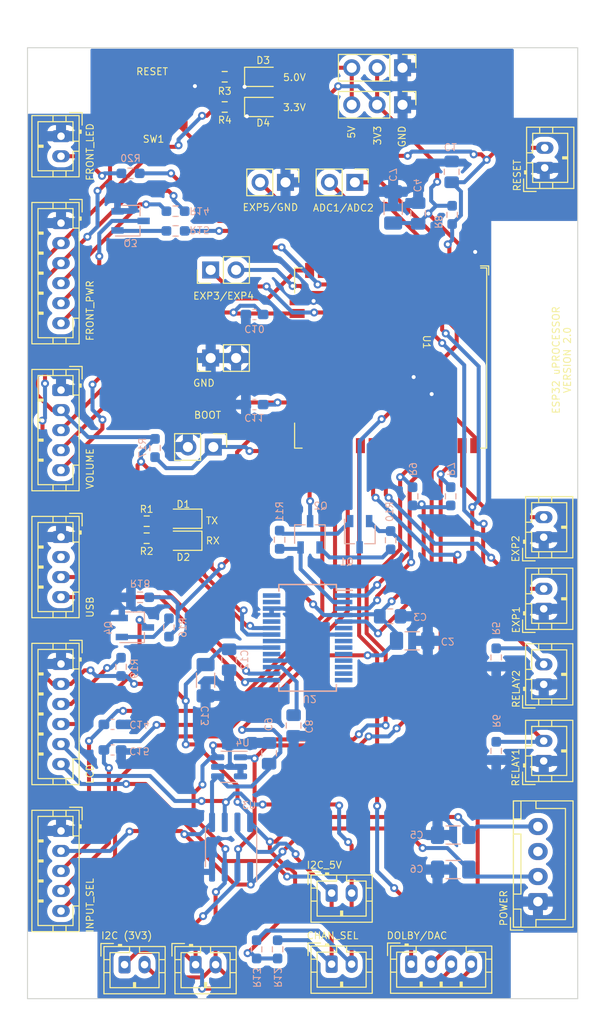
<source format=kicad_pcb>
(kicad_pcb (version 20221018) (generator pcbnew)
  (layers (0 "F.Cu" signal) (31 "B.Cu" signal) (34 "B.Paste" user) (35 "F.Paste" user) (36 "B.SilkS" user "B.Silkscreen") (37 "F.SilkS" user "F.Silkscreen") (38 "B.Mask" user) (39 "F.Mask" user) (44 "Edge.Cuts" user))
  (net 0 "")
  (net 1 "GND")
  (net 2 "3V3")
  (net 3 "SCL")
  (net 4 "SDA")
  (net 5 "DECODER_RESET")
  (net 6 "DECODER_IRQ")
  (net 7 "5V")
  (net 8 "SDA_5V")
  (net 9 "SCL_5V")
  (net 10 "Net-(U2-3V3OUT)")
  (net 11 "POWER_LED")
  (net 12 "POWER_BUTTON")
  (net 13 "BACKLIGHT")
  (net 14 "TO_BACKLIGHT")
  (net 15 "TO_POWER_LED")
  (net 16 "Net-(D1-A)")
  (net 17 "VOLUME_BUTTON")
  (net 18 "INPUT_BUTTON")
  (net 19 "Net-(D2-A)")
  (net 20 "RELAY2")
  (net 21 "Net-(D3-A)")
  (net 22 "Net-(D4-A)")
  (net 23 "Net-(J1-Pin_2)")
  (net 24 "RELAY1")
  (net 25 "Net-(Q1-B)")
  (net 26 "Net-(Q2-B)")
  (net 27 "Net-(Q3-B)")
  (net 28 "Net-(Q4-B)")
  (net 30 "USBD+")
  (net 31 "USBD-")
  (net 32 "RX")
  (net 33 "TX")
  (net 37 "ENABLE")
  (net 38 "VOL_CH1")
  (net 39 "VOL_CH2")
  (net 40 "INPUT_CH1")
  (net 41 "INPUT_CH2")
  (net 42 "FRONT_LED")
  (net 43 "BOOT")
  (net 45 "CBUS1")
  (net 47 "CBUS0")
  (net 51 "DTR")
  (net 52 "RTS")
  (net 56 "VBUS")
  (net 61 "FROM_POWER_LED")
  (net 63 "FROM_BACKLIGHT")
  (net 64 "AGND")
  (net 65 "EXP1")
  (net 66 "EXP2")
  (net 67 "ADC1")
  (net 68 "ADC2")
  (net 69 "EXP3")
  (net 70 "EXP4")
  (net 71 "EXP5")
  (footprint "Connector_JST:JST_PH_B6B-PH-K_1x06_P2.00mm_Vertical" (layer "F.Cu") (at 110.35 61.52 -90)
    (fp_text reference "J2" hide)
    (fp_text value "Conn_01x06_Male")
  )
  (footprint "Connector_JST:JST_PH_B2B-PH-K_1x02_P2.00mm_Vertical" (layer "F.Cu") (at 158.6 107.6 90)
    (fp_text reference "J22" hide)
    (fp_text value "Conn_01x02_Male")
  )
  (footprint "Espressif:ESP32-WROOM-32UE" (layer "F.Cu") (at 143.3 75 -90)
    (fp_text reference "U1")
    (fp_text value "ESP32-WROOM-32")
  )
  (footprint "MountingHole:MountingHole_3.2mm_M3" (layer "F.Cu") (at 159.5 46.5)
    (fp_text reference "H4" hide)
    (fp_text value "MountingHole")
  )
  (footprint "MountingHole:MountingHole_3.2mm_M3" (layer "F.Cu") (at 109.5 46.5)
    (fp_text reference "H2" hide)
    (fp_text value "MountingHole")
  )
  (footprint "LED_SMD:LED_0805_2012Metric_Pad1.15x1.40mm_HandSolder" (layer "F.Cu") (at 122.575 91.05 180)
    (fp_text reference "D1")
    (fp_text value "YELLOW")
  )
  (footprint "Connector_JST:JST_PH_B2B-PH-K_1x02_P2.00mm_Vertical" (layer "F.Cu") (at 137.4 135.55)
    (fp_text reference "J14" hide)
    (fp_text value "Conn_01x02_Male")
  )
  (footprint "Connector_JST:JST_PH_B2B-PH-K_1x02_P2.00mm_Vertical" (layer "F.Cu") (at 158.7 56 90)
    (fp_text reference "J23" hide)
    (fp_text value "Conn_01x02_Male")
  )
  (footprint "Connector_JST:JST_PH_B2B-PH-K_1x02_P2.00mm_Vertical" (layer "F.Cu") (at 158.6 100.05 90)
    (fp_text reference "J21" hide)
    (fp_text value "Conn_01x02_Male")
  )
  (footprint "Connector_PinHeader_2.54mm:PinHeader_1x02_P2.54mm_Vertical" (layer "F.Cu") (at 132.79 57.45 -90)
    (fp_text reference "J12" hide)
    (fp_text value "Conn_01x02_Male")
  )
  (footprint "LED_SMD:LED_0805_2012Metric_Pad1.15x1.40mm_HandSolder" (layer "F.Cu") (at 130.56 46.91)
    (fp_text reference "D3")
    (fp_text value "ORANGE")
  )
  (footprint "Connector_PinHeader_2.54mm:PinHeader_1x02_P2.54mm_Vertical" (layer "F.Cu") (at 139.725 57.45 -90)
    (fp_text reference "J15" hide)
    (fp_text value "Conn_01x02_Male")
  )
  (footprint "Connector_PinHeader_2.54mm:PinHeader_1x03_P2.54mm_Vertical" (layer "F.Cu") (at 144.49 49.7 -90)
    (fp_text reference "J17" hide)
    (fp_text value "Conn_01x03_Male")
  )
  (footprint "Resistor_SMD:R_0603_1608Metric_Pad0.98x0.95mm_HandSolder" (layer "F.Cu") (at 118.9125 91.3)
    (fp_text reference "R1")
    (fp_text value "430R")
  )
  (footprint "Connector_JST:JST_PH_B2B-PH-K_1x02_P2.00mm_Vertical" (layer "F.Cu") (at 158.6 115.25 90)
    (fp_text reference "J24" hide)
    (fp_text value "Conn_01x02_Male")
  )
  (footprint "Connector_JST:JST_PH_B4B-PH-K_1x04_P2.00mm_Vertical" (layer "F.Cu") (at 110.35 92.88 -90)
    (fp_text reference "J4" hide)
    (fp_text value "Conn_01x04_Male")
  )
  (footprint "MountingHole:MountingHole_3.2mm_M3" (layer "F.Cu") (at 109.4 136.5)
    (fp_text reference "H1" hide)
    (fp_text value "MountingHole")
  )
  (footprint "Connector_PinHeader_2.54mm:PinHeader_1x02_P2.54mm_Vertical" (layer "F.Cu") (at 125.31 66.2 90)
    (fp_text reference "J8" hide)
    (fp_text value "Conn_01x02_Male")
  )
  (footprint "Resistor_SMD:R_0603_1608Metric_Pad0.98x0.95mm_HandSolder" (layer "F.Cu") (at 118.9125 93)
    (fp_text reference "R2")
    (fp_text value "100R")
  )
  (footprint "Connector_PinHeader_2.54mm:PinHeader_1x03_P2.54mm_Vertical" (layer "F.Cu") (at 144.49 46 -90)
    (fp_text reference "J16" hide)
    (fp_text value "Conn_01x03_Male")
  )
  (footprint "Connector_JST:JST_PH_B2B-PH-K_1x02_P2.00mm_Vertical" (layer "F.Cu") (at 137.4 128.45)
    (fp_text reference "J13" hide)
    (fp_text value "Conn_01x02_Male")
  )
  (footprint "Connector_JST:JST_PH_B2B-PH-K_1x02_P2.00mm_Vertical" (layer "F.Cu") (at 123.8 135.6)
    (fp_text reference "J10" hide)
    (fp_text value "Conn_01x02_Male")
  )
  (footprint "Components:Button Aliexpress 4x4" (layer "F.Cu") (at 119.6 53.625)
    (fp_text reference "SW1")
    (fp_text value "SW_Push")
  )
  (footprint "Connector_JST:JST_PH_B2B-PH-K_1x02_P2.00mm_Vertical" (layer "F.Cu") (at 116.7 135.6)
    (fp_text reference "J7" hide)
    (fp_text value "Conn_01x02_Male")
  )
  (footprint "Connector_JST:JST_PH_B5B-PH-K_1x05_P2.00mm_Vertical" (layer "F.Cu") (at 110.35 122.24 -90)
    (fp_text reference "J6" hide)
    (fp_text value "Conn_01x05_Pin")
  )
  (footprint "Connector_JST:JST_PH_B6B-PH-K_1x06_P2.00mm_Vertical" (layer "F.Cu") (at 110.35 105.56 -90)
    (fp_text reference "J5" hide)
    (fp_text value "Conn_01x06_Male")
  )
  (footprint "LED_SMD:LED_0805_2012Metric_Pad1.15x1.40mm_HandSolder" (layer "F.Cu") (at 122.575 93.25 180)
    (fp_text reference "D2")
    (fp_text value "BLUE")
  )
  (footprint "Connector_JST:JST_PH_B5B-PH-K_1x05_P2.00mm_Vertical" (layer "F.Cu") (at 110.35 78.2 -90)
    (fp_text reference "J3" hide)
    (fp_text value "Conn_01x05_Pin")
  )
  (footprint "Connector_JST:JST_XH_B4B-XH-A_1x04_P2.50mm_Vertical" (layer "F.Cu") (at 158.025 129.3 90)
    (fp_text reference "J19" hide)
    (fp_text value "Conn_01x04_Pin")
  )
  (footprint "Connector_PinHeader_2.54mm:PinHeader_1x02_P2.54mm_Vertical" (layer "F.Cu") (at 125.575 83.8875 -90)
    (fp_text reference "J11" hide)
    (fp_text value "Conn_01x02_Male")
  )
  (footprint "Connector_JST:JST_PH_B2B-PH-K_1x02_P2.00mm_Vertical" (layer "F.Cu") (at 158.6 92.9 90)
    (fp_text reference "J20" hide)
    (fp_text value "Conn_01x02_Male")
  )
  (footprint "Resistor_SMD:R_0603_1608Metric_Pad0.98x0.95mm_HandSolder" (layer "F.Cu") (at 126.7125 49.92)
    (fp_text reference "R4")
    (fp_text value "430R")
  )
  (footprint "LED_SMD:LED_0805_2012Metric_Pad1.15x1.40mm_HandSolder" (layer "F.Cu") (at 130.56 49.92)
    (fp_text reference "D4")
    (fp_text value "YELLOW")
  )
  (footprint "Connector_JST:JST_PH_B2B-PH-K_1x02_P2.00mm_Vertical" (layer "F.Cu") (at 110.35 52.84 -90)
    (fp_text reference "J1" hide)
    (fp_text value "Conn_01x02_Male")
  )
  (footprint "Resistor_SMD:R_0603_1608Metric_Pad0.98x0.95mm_HandSolder" (layer "F.Cu") (at 126.7125 46.9)
    (fp_text reference "R3")
    (fp_text value "1000R")
  )
  (footprint "MountingHole:MountingHole_3.2mm_M3" (layer "F.Cu") (at 159.4 136.5)
    (fp_text reference "H3" hide)
    (fp_text value "MountingHole")
  )
  (footprint "Connector_JST:JST_PH_B4B-PH-K_1x04_P2.00mm_Vertical" (layer "F.Cu") (at 145.35 135.55)
    (fp_text reference "J18" hide)
    (fp_text value "Conn_01x04_Male")
  )
  (footprint "Connector_PinHeader_2.54mm:PinHeader_1x02_P2.54mm_Vertical" (layer "F.Cu") (at 125.31 75 90)
    (fp_text reference "J9" hide)
    (fp_text value "Conn_01x02_Male")
  )
  (footprint "Capacitor_SMD:C_1206_3216Metric_Pad1.33x1.80mm_HandSolder" (layer "B.Cu") (at 149.55 126.1 180)
    (fp_text reference "C6")
    (fp_text value "10U")
  )
  (footprint "Package_TO_SOT_SMD:TSOT-23" (layer "B.Cu") (at 117.3 61.3)
    (fp_text reference "Q3")
    (fp_text value "2N3055")
  )
  (footprint "Capacitor_SMD:C_0603_1608Metric_Pad1.08x0.95mm_HandSolder" (layer "B.Cu") (at 129.6875 70.65)
    (fp_text reference "C10")
    (fp_text value "10N")
  )
  (footprint "Package_TO_SOT_SMD:TSOT-23" (layer "B.Cu") (at 135.25 92.61 90)
    (fp_text reference "Q2")
    (fp_text value "2N3055")
  )
  (footprint "Capacitor_SMD:C_0603_1608Metric_Pad1.08x0.95mm_HandSolder" (layer "B.Cu") (at 115.5 111.6 180)
    (fp_text reference "C14")
    (fp_text value "10N")
  )
  (footprint "Capacitor_SMD:C_0805_2012Metric_Pad1.18x1.45mm_HandSolder" (layer "B.Cu") (at 143.25 100.8)
    (fp_text reference "C3")
    (fp_text value "0.1U")
  )
  (footprint "Resistor_SMD:R_0603_1608Metric_Pad0.98x0.95mm_HandSolder" (layer "B.Cu") (at 149.3 88.8125 90)
    (fp_text reference "R7")
    (fp_text value "10K")
  )
  (footprint "Resistor_SMD:R_0603_1608Metric_Pad0.98x0.95mm_HandSolder" (layer "B.Cu") (at 132.2 93.15 90)
    (fp_text reference "R11")
    (fp_text value "10K")
  )
  (footprint "Capacitor_SMD:C_0805_2012Metric_Pad1.18x1.45mm_HandSolder" (layer "B.Cu") (at 149.4 56.4 -90)
    (fp_text reference "C1")
    (fp_text value "0.1U")
  )
  (footprint "Capacitor_SMD:C_1206_3216Metric_Pad1.33x1.80mm_HandSolder" (layer "B.Cu") (at 143.55 59.95 90)
    (fp_text reference "C7")
    (fp_text value "10U")
  )
  (footprint "Resistor_SMD:R_0603_1608Metric_Pad0.98x0.95mm_HandSolder" (layer "B.Cu") (at 121.8 62.3 180)
    (fp_text reference "R15")
    (fp_text value "1K")
  )
  (footprint "Resistor_SMD:R_0603_1608Metric_Pad0.98x0.95mm_HandSolder" (layer "B.Cu") (at 121.8 60.33)
    (fp_text reference "R14")
    (fp_text value "700R")
  )
  (footprint "Capacitor_SMD:C_1206_3216Metric_Pad1.33x1.80mm_HandSolder" (layer "B.Cu") (at 149.550002 122.65 180)
    (fp_text reference "C5")
    (fp_text value "10U")
  )
  (footprint "Resistor_SMD:R_0603_1608Metric_Pad0.98x0.95mm_HandSolder" (layer "B.Cu") (at 149.45 60.7 -90)
    (fp_text reference "R8")
    (fp_text value "4.7K")
  )
  (footprint "Resistor_SMD:R_0603_1608Metric_Pad0.98x0.95mm_HandSolder" (layer "B.Cu") (at 153.85 114.25 90)
    (fp_text reference "R6")
    (fp_text value "4K7")
  )
  (footprint "Capacitor_SMD:C_1206_3216Metric_Pad1.33x1.80mm_HandSolder" (layer "B.Cu") (at 145.45 103.25)
    (fp_text reference "C2")
    (fp_text value "10U")
  )
  (footprint "Resistor_SMD:R_0603_1608Metric_Pad0.98x0.95mm_HandSolder" (layer "B.Cu") (at 153.85 104.9125 90)
    (fp_text reference "R5")
    (fp_text value "4K7")
  )
  (footprint "Resistor_SMD:R_0603_1608Metric_Pad0.98x0.95mm_HandSolder" (layer "B.Cu") (at 118.252048 98.902988 180)
    (fp_text reference "R18")
    (fp_text value "4.7K")
  )
  (footprint "Capacitor_SMD:C_0805_2012Metric_Pad1.18x1.45mm_HandSolder" (layer "B.Cu") (at 146.05 60.55 90)
    (fp_text reference "C4")
    (fp_text value "10N")
  )
  (footprint "Resistor_SMD:R_0603_1608Metric_Pad0.98x0.95mm_HandSolder" (layer "B.Cu") (at 145.5 88.8125 90)
    (fp_text reference "R9")
    (fp_text value "10K")
  )
  (footprint "Resistor_SMD:R_0603_1608Metric_Pad0.98x0.95mm_HandSolder" (layer "B.Cu") (at 119.75 83.9875 -90)
    (fp_text reference "R17")
    (fp_text value "4.7K")
  )
  (footprint "Resistor_SMD:R_0603_1608Metric_Pad0.98x0.95mm_HandSolder" (layer "B.Cu") (at 143.3 93.2 -90)
    (fp_text reference "R10")
    (fp_text value "10K")
  )
  (footprint "Resistor_SMD:R_0603_1608Metric_Pad0.98x0.95mm_HandSolder" (layer "B.Cu") (at 129.900795 134.070928 90)
    (fp_text reference "R13")
    (fp_text value "10K")
  )
  (footprint "Package_TO_SOT_SMD:TSOT-23" (layer "B.Cu") (at 117.736565 101.916897)
    (fp_text reference "Q4")
    (fp_text value "2N3055")
  )
  (footprint "Resistor_SMD:R_0603_1608Metric_Pad0.98x0.95mm_HandSolder" (layer "B.Cu") (at 121.136565 101.916897 90)
    (fp_text reference "R16")
    (fp_text value "1K")
  )
  (footprint "Capacitor_SMD:C_0805_2012Metric_Pad1.18x1.45mm_HandSolder" (layer "B.Cu") (at 133.6 111.7125 -90)
    (fp_text reference "C8")
    (fp_text value "0.1U")
  )
  (footprint "Resistor_SMD:R_0603_1608Metric_Pad0.98x0.95mm_HandSolder" (layer "B.Cu") (at 117.3 56.55)
    (fp_text reference "R20")
    (fp_text value "300R")
  )
  (footprint "Capacitor_SMD:C_0805_2012Metric_Pad1.18x1.45mm_HandSolder" (layer "B.Cu") (at 131.15 114.4875 90)
    (fp_text reference "C9")
    (fp_text value "100n")
  )
  (footprint "Capacitor_SMD:C_1206_3216Metric_Pad1.33x1.80mm_HandSolder" (layer "B.Cu") (at 124.8 107.1875 -90)
    (fp_text reference "C13")
    (fp_text value "10U")
  )
  (footprint "Capacitor_SMD:C_0603_1608Metric_Pad1.08x0.95mm_HandSolder" (layer "B.Cu") (at 129.6875 79.65)
    (fp_text reference "C11")
    (fp_text value "10N")
  )
  (footprint "Capacitor_SMD:C_0603_1608Metric_Pad1.08x0.95mm_HandSolder" (layer "B.Cu") (at 115.5 114.15 180)
    (fp_text reference "C15")
    (fp_text value "10N")
  )
  (footprint "Package_TO_SOT_SMD:TSOT-23" (layer "B.Cu") (at 140.2 92.6 -90)
    (fp_text reference "Q1")
    (fp_text value "2N3055")
  )
  (footprint "Resistor_SMD:R_0603_1608Metric_Pad0.98x0.95mm_HandSolder" (layer "B.Cu") (at 116.35 105.85 -90)
    (fp_text reference "R19")
    (fp_text value "100R")
  )
  (footprint "Capacitor_SMD:C_0805_2012Metric_Pad1.18x1.45mm_HandSolder" (layer "B.Cu") (at 127.15 105.1375 -90)
    (fp_text reference "C12")
    (fp_text value "0.1U")
  )
  (footprint "Resistor_SMD:R_0603_1608Metric_Pad0.98x0.95mm_HandSolder" (layer "B.Cu") (at 132.000795 134.070928 90)
    (fp_text reference "R12")
    (fp_text value "10K")
  )
  (footprint "Package_SO:SOIC-8_3.9x4.9mm_P1.27mm" (layer "B.Cu") (at 127.350795 123.858428 90)
    (fp_text reference "U3")
    (fp_text value "TCA9517DR")
  )
  (footprint "Package_SO:SSOP-28_5.3x10.2mm_P0.65mm" (layer "B.Cu") (at 135 102.95 180)
    (fp_text reference "U2")
    (fp_text value "FT232RL")
  )
  (footprint "Package_TO_SOT_SMD:SOT-23-6" (layer "B.Cu") (at 127.15 115.8375 180)
    (fp_text reference "U4")
    (fp_text value "TMP100")
  )
  (gr_line (start 162 139) (end 107 139) (stroke (width 0.1)) (layer "Edge.Cuts"))
  (gr_line (start 162 44) (end 107 44) (stroke (width 0.1)) (layer "Edge.Cuts"))
  (gr_line (start 107 139) (end 107 44) (stroke (width 0.1)) (layer "Edge.Cuts"))
  (gr_line (start 162 139) (end 162 44) (stroke (width 0.1)) (layer "Edge.Cuts"))
  (gr_text "EXP3/EXP4\n" (at 123.5 68.8) (layer "F.SilkS") (effects (font (size 0.7 0.7) (thickness 0.1)) (justify left)))
  (gr_text "TX\n" (at 124.775 91.25) (layer "F.SilkS") (effects (font (size 0.7 0.7) (thickness 0.1)) (justify left)))
  (gr_text "ADC1/ADC2" (at 135.475 60) (layer "F.SilkS") (effects (font (size 0.7 0.7) (thickness 0.1)) (justify left)))
  (gr_text "RESET" (at 155.95 58.4 90) (layer "F.SilkS") (effects (font (size 0.7 0.7) (thickness 0.1)) (justify left)))
  (gr_text "INPUT_SEL" (at 113.25 126.9 90) (layer "F.SilkS") (effects (font (size 0.7 0.7) (thickness 0.1)) (justify right)))
  (gr_text "GND" (at 123.5 77.5) (layer "F.SilkS") (effects (font (size 0.7 0.7) (thickness 0.1)) (justify left)))
  (gr_text "GND\n" (at 144.44 53.999999 90) (layer "F.SilkS") (effects (font (size 0.7 0.7) (thickness 0.1)) (justify left)))
  (gr_text "3V3" (at 141.99 53.8 90) (layer "F.SilkS") (effects (font (size 0.7 0.7) (thickness 0.1)) (justify left)))
  (gr_text "CHAN_SEL" (at 134.85 132.7) (layer "F.SilkS") (effects (font (size 0.7 0.7) (thickness 0.1)) (justify left)))
  (gr_text "BOOT" (at 123.585 80.7) (layer "F.SilkS") (effects (font (size 0.7 0.7) (thickness 0.1)) (justify left)))
  (gr_text "USB" (at 113.25 101 90) (layer "F.SilkS") (effects (font (size 0.7 0.7) (thickness 0.1)) (justify left)))
  (gr_text "RELAY2\n" (at 155.85 110 90) (layer "F.SilkS") (effects (font (size 0.7 0.7) (thickness 0.1)) (justify left)))
  (gr_text "RESET" (at 117.804446 46.382729) (layer "F.SilkS") (effects (font (size 0.7 0.7) (thickness 0.1)) (justify left)))
  (gr_text "5.0V" (at 132.485 46.97) (layer "F.SilkS") (effects (font (size 0.7 0.7) (thickness 0.1)) (justify left)))
  (gr_text "DOLBY/DAC" (at 142.85 132.7) (layer "F.SilkS") (effects (font (size 0.7 0.7) (thickness 0.1)) (justify left)))
  (gr_text "LCD\n" (at 113.25 115.5 90) (layer "F.SilkS") (effects (font (size 0.7 0.7) (thickness 0.1)) (justify right)))
  (gr_text "POWER" (at 154.6 131.8 90) (layer "F.SilkS") (effects (font (size 0.7 0.7) (thickness 0.1)) (justify left)))
  (gr_text "EXP1\n" (at 155.85 102.55 90) (layer "F.SilkS") (effects (font (size 0.7 0.7) (thickness 0.1)) (justify left)))
  (gr_text "RX\n" (at 124.775 93.25) (layer "F.SilkS") (effects (font (size 0.7 0.7) (thickness 0.1)) (justify left)))
  (gr_text "VOLUME" (at 113.25 88.15 90) (layer "F.SilkS") (effects (font (size 0.7 0.7) (thickness 0.1)) (justify left)))
  (gr_text "EXP2\n" (at 155.8 95.45 90) (layer "F.SilkS") (effects (font (size 0.7 0.7) (thickness 0.1)) (justify left)))
  (gr_text "RELAY1\n" (at 155.8 117.85 90) (layer "F.SilkS") (effects (font (size 0.7 0.7) (thickness 0.1)) (justify left)))
  (gr_text "I2C (3V3)" (at 114.3 132.7) (layer "F.SilkS") (effects (font (size 0.7 0.7) (thickness 0.1)) (justify left)))
  (gr_text "FRONT_PWR\n" (at 113.25 73.35 90) (layer "F.SilkS") (effects (font (size 0.7 0.7) (thickness 0.1)) (justify left)))
  (gr_text "I2C_5V\n" (at 134.85 125.65) (layer "F.SilkS") (effects (font (size 0.7 0.7) (thickness 0.1)) (justify left)))
  (gr_text "EXP5/GND" (at 128.45 59.95) (layer "F.SilkS") (effects (font (size 0.7 0.7) (thickness 0.1)) (justify left)))
  (gr_text "FRONT_LED" (at 113.25 57.35 90) (layer "F.SilkS") (effects (font (size 0.7 0.7) (thickness 0.1)) (justify left)))
  (gr_text "ESP32 uPROCESSOR\nVERSION 2.0" (at 160.4 75.2 90) (layer "F.SilkS") (effects (font (size 0.7 0.7) (thickness 0.1))))
  (gr_text "3.3V" (at 132.485 49.97) (layer "F.SilkS") (effects (font (size 0.7 0.7) (thickness 0.1)) (justify left)))
  (gr_text "5V" (at 139.39 53.133333 90) (layer "F.SilkS") (effects (font (size 0.7 0.7) (thickness 0.1)) (justify left)))
  (segment (start 122 47.825) (end 123.725 47.825) (width 0.4) (layer "F.Cu") (net 1))
  (segment (start 147.4 78.6) (end 151.71 82.91) (width 0.4) (layer "F.Cu") (net 1))
  (segment (start 123.725 47.825) (end 123.734314 47.834314) (width 0.4) (layer "F.Cu") (net 1))
  (segment (start 122 47.825) (end 117 47.825) (width 0.4) (layer "F.Cu") (net 1))
  (segment (start 145.77 72.1) (end 145.77 74.9) (width 0.4) (layer "F.Cu") (net 1))
  (segment (start 133.95 69.28) (end 135.576785 69.28) (width 0.4) (layer "F.Cu") (net 1))
  (segment (start 142.97 72.1) (end 142.97 74.9) (width 0.4) (layer "F.Cu") (net 1))
  (segment (start 151.71 64.44) (end 151.75 64.4) (width 0.4) (layer "F.Cu") (net 1))
  (segment (start 142.97 73.5) (end 145.77 73.5) (width 0.4) (layer "F.Cu") (net 1))
  (segment (start 145.77 76.73) (end 145.6 76.9) (width 0.4) (layer "F.Cu") (net 1))
  (segment (start 142.97 74.9) (end 145.77 74.9) (width 0.4) (layer "F.Cu") (net 1))
  (segment (start 145.77 72.1) (end 144.37 72.1) (width 0.4) (layer "F.Cu") (net 1))
  (segment (start 145.77 74.9) (end 145.77 76.73) (width 0.4) (layer "F.Cu") (net 1))
  (segment (start 135.576785 69.28) (end 135.596785 69.3) (width 0.4) (layer "F.Cu") (net 1))
  (segment (start 151.71 66.25) (end 151.71 64.44) (width 0.4) (layer "F.Cu") (net 1))
  (segment (start 151.71 82.91) (end 151.71 83.75) (width 0.4) (layer "F.Cu") (net 1))
  (segment (start 129.535 47.065) (end 128.7 47.9) (width 0.4) (layer "F.Cu") (net 1))
  (segment (start 129.535 50.238312) (end 128.926606 50.846706) (width 0.4) (layer "F.Cu") (net 1))
  (segment (start 142.97 72.1) (end 144.37 72.1) (width 0.4) (layer "F.Cu") (net 1))
  (via (at 123.734314 47.834314) (size 0.8) (drill 0.4) (layers "F.Cu" "B.Cu") (net 1))
  (via (at 147.4 78.6) (size 0.8) (drill 0.4) (layers "F.Cu" "B.Cu") (net 1))
  (via (at 145.6 76.9) (size 0.8) (drill 0.4) (layers "F.Cu" "B.Cu") (net 1))
  (via (at 151.75 64.4) (size 0.8) (drill 0.4) (layers "F.Cu" "B.Cu") (net 1))
  (via (at 128.7 47.9) (size 0.8) (drill 0.4) (layers "F.Cu" "B.Cu") (net 1))
  (via (at 135.596785 69.3) (size 0.8) (drill 0.4) (layers "F.Cu" "B.Cu") (net 1))
  (via (at 128.926606 50.846706) (size 0.8) (drill 0.4) (layers "F.Cu" "B.Cu") (net 1))
  (segment (start 131.4 100.025) (end 131.4 100.675) (width 0.4) (layer "B.Cu") (net 1))
  (segment (start 145.7 76.9) (end 147.4 78.6) (width 0.4) (layer "B.Cu") (net 1))
  (segment (start 133.475 105.225) (end 133.55 105.3) (width 0.4) (layer "B.Cu") (net 1))
  (segment (start 127.625 115.8375) (end 127.225 115.4375) (width 0.4) (layer "B.Cu") (net 1))
  (segment (start 127.225 115.4375) (end 127.225 113.025) (width 0.4) (layer "B.Cu") (net 1))
  (segment (start 131.4 105.225) (end 133.475 105.225) (width 0.4) (layer "B.Cu") (net 1))
  (segment (start 145.6 76.9) (end 145.7 76.9) (width 0.4) (layer "B.Cu") (net 1))
  (segment (start 136.725 102.625) (end 136.65 102.7) (width 0.4) (layer "B.Cu") (net 1))
  (segment (start 128.2875 115.8375) (end 127.625 115.8375) (width 0.4) (layer "B.Cu") (net 1))
  (segment (start 133.225 100.025) (end 133.3 100.1) (width 0.4) (layer "B.Cu") (net 1))
  (segment (start 131.4 100.025) (end 133.225 100.025) (width 0.4) (layer "B.Cu") (net 1))
  (segment (start 133.225 103.275) (end 133.25 103.25) (width 0.4) (layer "B.Cu") (net 1))
  (segment (start 131.4 103.275) (end 133.225 103.275) (width 0.4) (layer "B.Cu") (net 1))
  (segment (start 138.6 102.625) (end 136.725 102.625) (width 0.4) (layer "B.Cu") (net 1))
  (segment (start 121.75 88.75) (end 118.35 85.35) (width 0.4) (layer "F.Cu") (net 2))
  (segment (start 150.44 66.25) (end 150.44 63.94) (width 0.4) (layer "F.Cu") (net 2))
  (segment (start 119.97 53.9) (end 121.95 53.9) (width 0.4) (layer "F.Cu") (net 2))
  (segment (start 146.499998 123.95) (end 144.549998 122) (width 0.4) (layer "F.Cu") (net 2))
  (segment (start 141 104.7) (end 135.8 104.7) (width 0.4) (layer "F.Cu") (net 2))
  (segment (start 117.25 122.25) (end 122.368628 122.25) (width 0.4) (layer "F.Cu") (net 2))
  (segment (start 141.95 49.7) (end 147.95 55.7) (width 0.4) (layer "F.Cu") (net 2))
  (segment (start 127.02 48.7) (end 137.2 48.7) (width 0.4) (layer "F.Cu") (net 2))
  (segment (start 118 85.7) (end 118 91.3) (width 0.4) (layer "F.Cu") (net 2))
  (segment (start 135.55 99.6) (end 133.4 97.45) (width 0.4) (layer "F.Cu") (net 2))
  (segment (start 117.2 122.3) (end 117.25 122.25) (width 0.4) (layer "F.Cu") (net 2))
  (segment (start 125.4 90.5) (end 123.65 88.75) (width 0.4) (layer "F.Cu") (net 2))
  (segment (start 125.8 49.92) (end 127.02 48.7) (width 0.4) (layer "F.Cu") (net 2))
  (segment (start 143.4 99.3) (end 146.6 96.1) (width 0.4) (layer "F.Cu") (net 2))
  (segment (start 110.35 63.52) (end 119.97 53.9) (width 0.4) (layer "F.Cu") (net 2))
  (segment (start 147.95 55.7) (end 147.95 57.4) (width 0.4) (layer "F.Cu") (net 2))
  (segment (start 118.35 85.35) (end 118 85.7) (width 0.4) (layer "F.Cu") (net 2))
  (segment (start 128.450001 112.049999) (end 128.450001 112.150001) (width 0.4) (layer "F.Cu") (net 2))
  (segment (start 110.35 63.52) (end 107.95 65.92) (width 0.4) (layer "F.Cu") (net 2))
  (segment (start 118 91.3) (end 118 93) (width 0.4) (layer "F.Cu") (net 2))
  (segment (start 124.92 50.8) (end 125.8 49.92) (width 0.4) (layer "F.Cu") (net 2))
  (segment (start 125.4 95.9) (end 125.4 90.5) (width 0.4) (layer "F.Cu") (net 2))
  (segment (start 122.684314 122.565686) (end 127.715912 127.597284) (width 0.4) (layer "F.Cu") (net 2))
  (segment (start 109.475 80.2) (end 110.35 80.2) (width 0.4) (layer "F.Cu") (net 2))
  (segment (start 146.6 89.8) (end 146.4 89.6) (width 0.4) (layer "F.Cu") (net 2))
  (segment (start 126.95 97.45) (end 125.4 95.9) (width 0.4) (layer "F.Cu") (net 2))
  (segment (start 141.95 46) (end 141.95 49.7) (width 0.4) (layer "F.Cu") (net 2))
  (segment (start 133.4 97.45) (end 126.95 97.45) (width 0.4) (layer "F.Cu") (net 2))
  (segment (start 134.8 122) (end 132.48995 124.31005) (width 0.4) (layer "F.Cu") (net 2))
  (segment (start 123.65 88.75) (end 121.75 88.75) (width 0.4) (layer "F.Cu") (net 2))
  (segment (start 144.549998 122) (end 134.8 122) (width 0.4) (layer "F.Cu") (net 2))
  (segment (start 107.95 65.92) (end 107.95 78.675) (width 0.4) (layer "F.Cu") (net 2))
  (segment (start 127.715912 127.597284) (end 129.314398 127.597284) (width 0.4) (layer "F.Cu") (net 2))
  (segment (start 150.44 63.94) (end 147.06875 60.56875) (width 0.4) (layer "F.Cu") (net 2))
  (segment (start 146.6 96.1) (end 146.6 89.8) (width 0.4) (layer "F.Cu") (net 2))
  (segment (start 137.2 48.7) (end 138.05 47.85) (width 0.4) (layer "F.Cu") (net 2))
  (segment (start 122.368628 122.25) (end 122.684314 122.565686) (width 0.4) (layer "F.Cu") (net 2))
  (segment (start 107.95 78.675) (end 109.475 80.2) (width 0.4) (layer "F.Cu") (net 2))
  (segment (start 124.45 50.8) (end 124.92 50.8) (width 0.4) (layer "F.Cu") (net 2))
  (segment (start 121.95 53.9) (end 122.1 53.75) (width 0.4) (layer "F.Cu") (net 2))
  (segment (start 135.8 104.7) (end 128.450001 112.049999) (width 0.4) (layer "F.Cu") (net 2))
  (via (at 146.499998 123.95) (size 0.8) (drill 0.4) (layers "F.Cu" "B.Cu") (net 2))
  (via (at 122.684314 122.565686) (size 0.8) (drill 0.4) (layers "F.Cu" "B.Cu") (net 2))
  (via (at 147.95 57.4) (size 0.8) (drill 0.4) (layers "F.Cu" "B.Cu") (net 2))
  (via (at 129.314398 127.597284) (size 0.8) (drill 0.4) (layers "F.Cu" "B.Cu") (net 2))
  (via (at 146.4 89.6) (size 0.8) (drill 0.4) (layers "F.Cu" "B.Cu") (net 2))
  (via (at 138.05 47.85) (size 0.8) (drill 0.4) (layers "F.Cu" "B.Cu") (net 2))
  (via (at 135.55 99.6) (size 0.8) (drill 0.4) (layers "F.Cu" "B.Cu") (net 2))
  (via (at 147.06875 60.56875) (size 0.8) (drill 0.4) (layers "F.Cu" "B.Cu") (net 2))
  (via (at 143.4 99.3) (size 0.8) (drill 0.4) (layers "F.Cu" "B.Cu") (net 2))
  (via (at 124.45 50.8) (size 0.8) (drill 0.4) (layers "F.Cu" "B.Cu") (net 2))
  (via (at 117.2 122.3) (size 0.8) (drill 0.4) (layers "F.Cu" "B.Cu") (net 2))
  (via (at 118.35 85.35) (size 0.8) (drill 0.4) (layers "F.Cu" "B.Cu") (net 2))
  (via (at 132.48995 124.31005) (size 0.8) (drill 0.4) (layers "F.Cu" "B.Cu") (net 2))
  (via (at 141 104.7) (size 0.8) (drill 0.4) (layers "F.Cu" "B.Cu") (net 2))
  (via (at 122.1 53.75) (size 0.8) (drill 0.4) (layers "F.Cu" "B.Cu") (net 2))
  (via (at 128.450001 112.150001) (size 0.8) (drill 0.4) (layers "F.Cu" "B.Cu") (net 2))
  (segment (start 131.15 115.525) (end 132.275 114.4) (width 0.4) (layer "B.Cu") (net 2))
  (segment (start 149.125 89.9) (end 145.675 89.9) (width 0.4) (layer "B.Cu") (net 2))
  (segment (start 125.445795 117.354205) (end 125.445795 121.383428) (width 0.4) (layer "B.Cu") (net 2))
  (segment (start 131.15 116.05) (end 129.4 117.8) (width 0.4) (layer "B.Cu") (net 2))
  (segment (start 113.05 82.9) (end 119.575 82.9) (width 0.4) (layer "B.Cu") (net 2))
  (segment (start 140.568629 100.6) (end 140.493629 100.675) (width 0.4) (layer "B.Cu") (net 2))
  (segment (start 118.35 84.475) (end 118.35 85.35) (width 0.4) (layer "B.Cu") (net 2))
  (segment (start 124.263537 122.565686) (end 122.684314 122.565686) (width 0.4) (layer "B.Cu") (net 2))
  (segment (start 141 104.7) (end 142.4375 104.7) (width 0.4) (layer "B.Cu") (net 2))
  (segment (start 148.9625 123.95) (end 146.499998 123.95) (width 0.4) (layer "B.Cu") (net 2))
  (segment (start 132.48995 124.421732) (end 132.48995 124.31005) (width 0.4) (layer "B.Cu") (net 2))
  (segment (start 131.15 115.525) (end 131.15 116.05) (width 0.4) (layer "B.Cu") (net 2))
  (segment (start 140.493629 100.675) (end 138.6 100.675) (width 0.4) (layer "B.Cu") (net 2))
  (segment (start 151.1125 126.1) (end 148.9625 123.95) (width 0.4) (layer "B.Cu") (net 2))
  (segment (start 110.35 124.24) (end 115.26 124.24) (width 0.4) (layer "B.Cu") (net 2))
  (segment (start 122.1 53.15) (end 124.45 50.8) (width 0.4) (layer "B.Cu") (net 2))
  (segment (start 158.025 126.8) (end 151.8125 126.8) (width 0.4) (layer "B.Cu") (net 2))
  (segment (start 115.26 124.24) (end 117.2 122.3) (width 0.4) (layer "B.Cu") (net 2))
  (segment (start 132.275 114.4) (end 132.275 112.84326) (width 0.4) (layer "B.Cu") (net 2))
  (segment (start 129.255795 127.538681) (end 129.314398 127.597284) (width 0.4) (layer "B.Cu") (net 2))
  (segment (start 138.6 100.675) (end 136.625 100.675) (width 0.4) (layer "B.Cu") (net 2))
  (segment (start 142.0125 100.6) (end 140.568629 100.6) (width 0.4) (layer "B.Cu") (net 2))
  (segment (start 129.255795 126.333428) (end 129.255795 127.538681) (width 0.4) (layer "B.Cu") (net 2))
  (segment (start 138.05 47.85) (end 140.1 47.85) (width 0.4) (layer "B.Cu") (net 2))
  (segment (start 142.2125 100.4875) (end 143.4 99.3) (width 0.4) (layer "B.Cu") (net 2))
  (segment (start 143.55 61.5125) (end 145.975 61.5125) (width 0.4) (layer "B.Cu") (net 2))
  (segment (start 142.4375 104.7) (end 143.8875 103.25) (width 0.4) (layer "B.Cu") (net 2))
  (segment (start 151.8125 126.8) (end 151.1125 126.1) (width 0.4) (layer "B.Cu") (net 2))
  (segment (start 126.0125 116.7875) (end 125.445795 117.354205) (width 0.4) (layer "B.Cu") (net 2))
  (segment (start 129.4 117.8) (end 127.025 117.8) (width 0.4) (layer "B.Cu") (net 2))
  (segment (start 110.35 80.2) (end 113.05 82.9) (width 0.4) (layer "B.Cu") (net 2))
  (segment (start 147.35 59.2875) (end 147.35 58) (width 0.4) (layer "B.Cu") (net 2))
  (segment (start 125.445795 121.383428) (end 124.263537 122.565686) (width 0.4) (layer "B.Cu") (net 2))
  (segment (start 127.025 117.8) (end 126.0125 116.7875) (width 0.4) (layer "B.Cu") (net 2))
  (segment (start 119.75 83.075) (end 118.35 84.475) (width 0.4) (layer "B.Cu") (net 2))
  (segment (start 143.8875 102.475) (end 142.2125 100.8) (width 0.4) (layer "B.Cu") (net 2))
  (segment (start 140.1 47.85) (end 141.95 49.7) (width 0.4) (layer "B.Cu") (net 2))
  (segment (start 143.8875 103.25) (end 143.8875 102.475) (width 0.4) (layer "B.Cu") (net 2))
  (segment (start 147.06875 60.56875) (end 146.05 61.5875) (width 0.4) (layer "B.Cu") (net 2))
  (segment (start 131.581741 112.150001) (end 128.450001 112.150001) (width 0.4) (layer "B.Cu") (net 2))
  (segment (start 129.314398 127.597284) (end 132.48995 124.421732) (width 0.4) (layer "B.Cu") (net 2))
  (segment (start 147.35 58) (end 147.95 57.4) (width 0.4) (layer "B.Cu") (net 2))
  (segment (start 136.625 100.675) (end 135.55 99.6) (width 0.4) (layer "B.Cu") (net 2))
  (segment (start 147.85 59.7875) (end 147.06875 60.56875) (width 0.4) (layer "B.Cu") (net 2))
  (segment (start 122.1 53.75) (end 122.1 53.15) (width 0.4) (layer "B.Cu") (net 2))
  (segment (start 132.275 112.84326) (end 131.581741 112.150001) (width 0.4) (layer "B.Cu") (net 2))
  (segment (start 149.45 59.7875) (end 147.85 59.7875) (width 0.4) (layer "B.Cu") (net 2))
  (segment (start 147.85 59.7875) (end 147.35 59.2875) (width 0.4) (layer "B.Cu") (net 2))
  (segment (start 128.05 124.05) (end 129.7 122.4) (width 0.4) (layer "F.Cu") (net 3))
  (segment (start 123.8 131.5) (end 123.8 135.6) (width 0.4) (layer "F.Cu") (net 3))
  (segment (start 149.17 85.730006) (end 148.3 86.600006) (width 0.4) (layer "F.Cu") (net 3))
  (segment (start 122.525 134.325) (end 117.975 134.325) (width 0.4) (layer "F.Cu") (net 3))
  (segment (start 129.7 122.4) (end 129.7 115) (width 0.4) (layer "F.Cu") (net 3))
  (segment (start 117.975 134.325) (end 116.7 135.6) (width 0.4) (layer "F.Cu") (net 3))
  (segment (start 151.35 136.025) (end 149.375 138) (width 0.4) (layer "F.Cu") (net 3))
  (segment (start 143.9 112) (end 148.3 107.6) (width 0.4) (layer "F.Cu") (net 3))
  (segment (start 148.3 107.6) (end 148.3 86.600006) (width 0.4) (layer "F.Cu") (net 3))
  (segment (start 131 113.7) (end 129.7 115) (width 0.4) (layer "F.Cu") (net 3))
  (segment (start 140.2 113.7) (end 131 113.7) (width 0.4) (layer "F.Cu") (net 3))
  (segment (start 149.17 83.75) (end 149.17 85.730006) (width 0.4) (layer "F.Cu") (net 3))
  (segment (start 123.8 135.6) (end 122.525 134.325) (width 0.4) (layer "F.Cu") (net 3))
  (segment (start 141.1 112.8) (end 140.2 113.7) (width 0.4) (layer "F.Cu") (net 3))
  (segment (start 124.55 130.75) (end 123.8 131.5) (width 0.4) (layer "F.Cu") (net 3))
  (segment (start 149.375 138) (end 124.45 138) (width 0.4) (layer "F.Cu") (net 3))
  (via (at 129.7 115) (size 0.8) (drill 0.4) (layers "F.Cu" "B.Cu") (net 3))
  (via (at 141.1 112.8) (size 0.8) (drill 0.4) (layers "F.Cu" "B.Cu") (net 3))
  (via (at 128.05 124.05) (size 0.8) (drill 0.4) (layers "F.Cu" "B.Cu") (net 3))
  (via (at 143.9 112) (size 0.8) (drill 0.4) (layers "F.Cu" "B.Cu") (net 3))
  (via (at 124.45 138) (size 0.8) (drill 0.4) (layers "F.Cu" "B.Cu") (net 3))
  (via (at 148.3 86.600006) (size 0.8) (drill 0.4) (layers "F.Cu" "B.Cu") (net 3))
  (via (at 124.55 130.75) (size 0.8) (drill 0.4) (layers "F.Cu" "B.Cu") (net 3))
  (segment (start 141.1 112.8) (end 143.1 112.8) (width 0.4) (layer "B.Cu") (net 3))
  (segment (start 124.45 136.25) (end 123.8 135.6) (width 0.4) (layer "B.Cu") (net 3))
  (segment (start 127.985795 127.314205) (end 124.55 130.75) (width 0.4) (layer "B.Cu") (net 3))
  (segment (start 124.45 138) (end 124.45 136.25) (width 0.4) (layer "B.Cu") (net 3))
  (segment (start 149.3 87.9) (end 148.3 86.9) (width 0.4) (layer "B.Cu") (net 3))
  (segment (start 148.3 86.9) (end 148.3 86.600006) (width 0.4) (layer "B.Cu") (net 3))
  (segment (start 128.05 124.05) (end 128.05 126.269223) (width 0.4) (layer "B.Cu") (net 3))
  (segment (start 127.985795 126.333428) (end 127.985795 127.314205) (width 0.4) (layer "B.Cu") (net 3))
  (segment (start 128.2875 114.8875) (end 129.5875 114.8875) (width 0.4) (layer "B.Cu") (net 3))
  (segment (start 143.1 112.8) (end 143.9 112) (width 0.4) (layer "B.Cu") (net 3))
  (segment (start 129.5875 114.8875) (end 129.7 115) (width 0.4) (layer "B.Cu") (net 3))
  (segment (start 144.25 86.9) (end 144.25 94.1) (width 0.4) (layer "F.Cu") (net 4))
  (segment (start 124.525 136.875) (end 119.975 136.875) (width 0.4) (layer "F.Cu") (net 4))
  (segment (start 119.975 136.875) (end 118.7 135.6) (width 0.4) (layer "F.Cu") (net 4))
  (segment (start 123.6 120.868628) (end 123.6 118.5) (width 0.4) (layer "F.Cu") (net 4))
  (segment (start 125.8 128.368628) (end 125.834314 128.334314) (width 0.4) (layer "F.Cu") (net 4))
  (segment (start 140.9 97.45) (end 140.9 102.5) (width 0.4) (layer "F.Cu") (net 4))
  (segment (start 130.151472 113.7) (end 125.55 113.7) (width 0.4) (layer "F.Cu") (net 4))
  (segment (start 149.35 136.05) (end 148.15 137.25) (width 0.4) (layer "F.Cu") (net 4))
  (segment (start 142.8 104.4) (end 142.8 111.7) (width 0.4) (layer "F.Cu") (net 4))
  (segment (start 124.3 117.8) (end 124.490686 117.609314) (width 0.4) (layer "F.Cu") (net 4))
  (segment (start 144.25 94.1) (end 140.9 97.45) (width 0.4) (layer "F.Cu") (net 4))
  (segment (start 125.8 135.6) (end 124.525 136.875) (width 0.4) (layer "F.Cu") (net 4))
  (segment (start 140.9 102.5) (end 142.8 104.4) (width 0.4) (layer "F.Cu") (net 4))
  (segment (start 140.124573 112.579666) (end 139.604239 113.1) (width 0.4) (layer "F.Cu") (net 4))
  (segment (start 123.6 118.5) (end 124.3 117.8) (width 0.4) (layer "F.Cu") (net 4))
  (segment (start 126.779941 124.048569) (end 123.6 120.868628) (width 0.4) (layer "F.Cu") (net 4))
  (segment (start 145.36 83.75) (end 145.36 85.79) (width 0.4) (layer "F.Cu") (net 4))
  (segment (start 130.751472 113.1) (end 130.151472 113.7) (width 0.4) (layer "F.Cu") (net 4))
  (segment (start 148.15 137.25) (end 127.45 137.25) (width 0.4) (layer "F.Cu") (net 4))
  (segment (start 145.36 85.79) (end 144.25 86.9) (width 0.4) (layer "F.Cu") (net 4))
  (segment (start 127.45 137.25) (end 125.8 135.6) (width 0.4) (layer "F.Cu") (net 4))
  (segment (start 139.604239 113.1) (end 130.751472 113.1) (width 0.4) (layer "F.Cu") (net 4))
  (segment (start 125.8 135.6) (end 125.8 128.368628) (width 0.4) (layer "F.Cu") (net 4))
  (via (at 144.25 86.9) (size 0.8) (drill 0.4) (layers "F.Cu" "B.Cu") (net 4))
  (via (at 140.124573 112.579666) (size 0.8) (drill 0.4) (layers "F.Cu" "B.Cu") (net 4))
  (via (at 142.8 111.7) (size 0.8) (drill 0.4) (layers "F.Cu" "B.Cu") (net 4))
  (via (at 124.490686 117.609314) (size 0.8) (drill 0.4) (layers "F.Cu" "B.Cu") (net 4))
  (via (at 126.779941 124.048569) (size 0.8) (drill 0.4) (layers "F.Cu" "B.Cu") (net 4))
  (via (at 125.55 113.7) (size 0.8) (drill 0.4) (layers "F.Cu" "B.Cu") (net 4))
  (via (at 125.834314 128.334314) (size 0.8) (drill 0.4) (layers "F.Cu" "B.Cu") (net 4))
  (segment (start 124.490686 115.746814) (end 124.490686 117.609314) (width 0.4) (layer "B.Cu") (net 4))
  (segment (start 126.0125 114.8875) (end 125.55 114.425) (width 0.4) (layer "B.Cu") (net 4))
  (segment (start 125.35 114.8875) (end 124.490686 115.746814) (width 0.4) (layer "B.Cu") (net 4))
  (segment (start 142.8 111.7) (end 141.004239 111.7) (width 0.4) (layer "B.Cu") (net 4))
  (segment (start 126.715795 126.333428) (end 126.715795 124.112715) (width 0.4) (layer "B.Cu") (net 4))
  (segment (start 144.5 86.9) (end 144.25 86.9) (width 0.4) (layer "B.Cu") (net 4))
  (segment (start 145.5 87.9) (end 144.5 86.9) (width 0.4) (layer "B.Cu") (net 4))
  (segment (start 126.715795 127.452833) (end 125.834314 128.334314) (width 0.4) (layer "B.Cu") (net 4))
  (segment (start 126.715795 126.333428) (end 126.715795 127.452833) (width 0.4) (layer "B.Cu") (net 4))
  (segment (start 125.55 114.425) (end 125.55 113.7) (width 0.4) (layer "B.Cu") (net 4))
  (segment (start 126.0125 114.8875) (end 125.35 114.8875) (width 0.4) (layer "B.Cu") (net 4))
  (segment (start 141.004239 111.7) (end 140.124573 112.579666) (width 0.4) (layer "B.Cu") (net 4))
  (segment (start 126.715795 124.112715) (end 126.779941 124.048569) (width 0.4) (layer "B.Cu") (net 4))
  (segment (start 141.95 104.518629) (end 141.95 119.75) (width 0.4) (layer "F.Cu") (net 5))
  (segment (start 143.65 127.95) (end 145.35 129.65) (width 0.4) (layer "F.Cu") (net 5))
  (segment (start 140.15 102.718629) (end 141.95 104.518629) (width 0.4) (layer "F.Cu") (net 5))
  (segment (start 140.15 83.88) (end 140.15 102.718629) (width 0.4) (layer "F.Cu") (net 5))
  (segment (start 145.35 129.65) (end 145.35 135.55) (width 0.4) (layer "F.Cu") (net 5))
  (via (at 141.95 119.75) (size 0.8) (drill 0.4) (layers "F.Cu" "B.Cu") (net 5))
  (via (at 143.65 127.95) (size 0.8) (drill 0.4) (layers "F.Cu" "B.Cu") (net 5))
  (segment (start 141.95 119.75) (end 141.95 126.25) (width 0.4) (layer "B.Cu") (net 5))
  (segment (start 141.95 126.25) (end 143.65 127.95) (width 0.4) (layer "B.Cu") (net 5))
  (segment (start 141.8 88.95) (end 141.55 88.7) (width 0.4) (layer "F.Cu") (net 6))
  (segment (start 141.55 88.7) (end 141.55 83.75) (width 0.4) (layer "F.Cu") (net 6))
  (segment (start 149.75 107.1) (end 149.75 94.881373) (width 0.4) (layer "F.Cu") (net 6))
  (segment (start 152 130.9) (end 152 109.35) (width 0.4) (layer "F.Cu") (net 6))
  (segment (start 152 109.35) (end 149.75 107.1) (width 0.4) (layer "F.Cu") (net 6))
  (segment (start 147.35 135.55) (end 152 130.9) (width 0.4) (layer "F.Cu") (net 6))
  (segment (start 149.75 94.881373) (end 149.984507 94.646866) (width 0.4) (layer "F.Cu") (net 6))
  (via (at 149.984507 94.646866) (size 0.8) (drill 0.4) (layers "F.Cu" "B.Cu") (net 6))
  (via (at 141.8 88.95) (size 0.8) (drill 0.4) (layers "F.Cu" "B.Cu") (net 6))
  (segment (start 141.8 88.95) (end 147.496866 94.646866) (width 0.4) (layer "B.Cu") (net 6))
  (segment (start 147.496866 94.646866) (end 149.984507 94.646866) (width 0.4) (layer "B.Cu") (net 6))
  (segment (start 133.75 126.468629) (end 133.281371 126) (width 0.4) (layer "F.Cu") (net 7))
  (segment (start 116.1 49.95) (end 115.25 50.8) (width 0.4) (layer "F.Cu") (net 7))
  (segment (start 121.1 58.3) (end 121.6 58.8) (width 0.4) (layer "F.Cu") (net 7))
  (segment (start 125.8 46.9) (end 125.8 47.8) (width 0.4) (layer "F.Cu") (net 7))
  (segment (start 125.8 46.9) (end 127.8 44.9) (width 0.4) (layer "F.Cu") (net 7))
  (segment (start 127.990686 117.740686) (end 127.990686 119.340686) (width 0.4) (layer "F.Cu") (net 7))
  (segment (start 127.8 44.9) (end 134.1 44.9) (width 0.4) (layer "F.Cu") (net 7))
  (segment (start 134.1 44.9) (end 135.2 46) (width 0.4) (layer "F.Cu") (net 7))
  (segment (start 112.985 62.885) (end 117.57 58.3) (width 0.4) (layer "F.Cu") (net 7))
  (segment (start 110.35 65.52) (end 108.75 67.12) (width 0.4) (layer "F.Cu") (net 7))
  (segment (start 123.65 49.95) (end 116.1 49.95) (width 0.4) (layer "F.Cu") (net 7))
  (segment (start 108.5 81.25) (end 108.5 106.55) (width 0.4) (layer "F.Cu") (net 7))
  (segment (start 110.35 65.52) (end 112.985 62.885) (width 0.4) (layer "F.Cu") (net 7))
  (segment (start 109.51 107.56) (end 110.35 107.56) (width 0.4) (layer "F.Cu") (net 7))
  (segment (start 123.85 113.6) (end 127.990686 117.740686) (width 0.4) (layer "F.Cu") (net 7))
  (segment (start 115.25 50.8) (end 115.25 57.131371) (width 0.4) (layer "F.Cu") (net 7))
  (segment (start 134.25 120.85) (end 131.787032 123.312968) (width 0.4) (layer "F.Cu") (net 7))
  (segment (start 112.7 106.2) (end 111.34 107.56) (width 0.4) (layer "F.Cu") (net 7))
  (segment (start 121.121804 107.55) (end 122.821804 109.25) (width 0.4) (layer "F.Cu") (net 7))
  (segment (start 122.821804 113.6) (end 123.85 113.6) (width 0.4) (layer "F.Cu") (net 7))
  (segment (start 108.75 67.12) (end 108.75 77.55) (width 0.4) (layer "F.Cu") (net 7))
  (segment (start 125.8 47.8) (end 123.65 49.95) (width 0.4) (layer "F.Cu") (net 7))
  (segment (start 114.081371 58.3) (end 114 58.3) (width 0.4) (layer "F.Cu") (net 7))
  (segment (start 117.57 58.3) (end 121.1 58.3) (width 0.4) (layer "F.Cu") (net 7))
  (segment (start 150.05 120.85) (end 134.25 120.85) (width 0.4) (layer "F.Cu") (net 7))
  (segment (start 108.5 106.55) (end 109.51 107.56) (width 0.4) (layer "F.Cu") (net 7))
  (segment (start 132.998528 126) (end 131.224363 124.225835) (width 0.4) (layer "F.Cu") (net 7))
  (segment (start 131.224363 124.225835) (end 131.224363 123.312968) (width 0.4) (layer "F.Cu") (net 7))
  (segment (start 139.41 46) (end 139.41 49.7) (width 0.4) (layer "F.Cu") (net 7))
  (segment (start 133.281371 126) (end 132.998528 126) (width 0.4) (layer "F.Cu") (net 7))
  (segment (start 135.2 46) (end 139.41 46) (width 0.4) (layer "F.Cu") (net 7))
  (segment (start 111.34 107.56) (end 110.35 107.56) (width 0.4) (layer "F.Cu") (net 7))
  (segment (start 131.787032 123.312968) (end 131.224363 123.312968) (width 0.4) (layer "F.Cu") (net 7))
  (segment (start 133.75 129.7) (end 133.75 126.468629) (width 0.4) (layer "F.Cu") (net 7))
  (segment (start 129 134.45) (end 133.75 129.7) (width 0.4) (layer "F.Cu") (net 7))
  (segment (start 117.65 107.55) (end 121.121804 107.55) (width 0.4) (layer "F.Cu") (net 7))
  (segment (start 115.25 57.131371) (end 114.081371 58.3) (width 0.4) (layer "F.Cu") (net 7))
  (segment (start 113.3 106.2) (end 112.7 106.2) (width 0.4) (layer "F.Cu") (net 7))
  (via (at 127.990686 119.340686) (size 0.8) (drill 0.4) (layers "F.Cu" "B.Cu") (net 7))
  (via (at 112.985 62.885) (size 0.8) (drill 0.4) (layers "F.Cu" "B.Cu") (net 7))
  (via (at 108.5 81.25) (size 0.8) (drill 0.4) (layers "F.Cu" "B.Cu") (net 7))
  (via (at 114 58.3) (size 0.8) (drill 0.4) (layers "F.Cu" "B.Cu") (net 7))
  (via (at 113.3 106.2) (size 0.8) (drill 0.4) (layers "F.Cu" "B.Cu") (net 7))
  (via (at 129 134.45) (size 0.8) (drill 0.4) (layers "F.Cu" "B.Cu") (net 7))
  (via (at 108.75 77.55) (size 0.8) (drill 0.4) (layers "F.Cu" "B.Cu") (net 7))
  (via (at 150.05 120.85) (size 0.8) (drill 0.4) (layers "F.Cu" "B.Cu") (net 7))
  (via (at 121.6 58.8) (size 0.8) (drill 0.4) (layers "F.Cu" "B.Cu") (net 7))
  (via (at 122.821804 113.6) (size 0.8) (drill 0.4) (layers "F.Cu" "B.Cu") (net 7))
  (via (at 131.224363 123.312968) (size 0.8) (drill 0.4) (layers "F.Cu" "B.Cu") (net 7))
  (via (at 122.821804 109.25) (size 0.8) (drill 0.4) (layers "F.Cu" "B.Cu") (net 7))
  (via (at 117.65 107.55) (size 0.8) (drill 0.4) (layers "F.Cu" "B.Cu") (net 7))
  (segment (start 151.112502 122.65) (end 151.112502 121.912502) (width 0.4) (layer "B.Cu") (net 7))
  (segment (start 129 134.45) (end 129.367367 134.45) (width 0.4) (layer "B.Cu") (net 7))
  (segment (start 116.35 106.7625) (end 113.8625 106.7625) (width 0.4) (layer "B.Cu") (net 7))
  (segment (start 126.325 104.1) (end 124.8 105.625) (width 0.4) (layer "B.Cu") (net 7))
  (segment (start 113.8625 106.7625) (end 113.3 106.2) (width 0.4) (layer "B.Cu") (net 7))
  (segment (start 122.821804 109.25) (end 122.821804 113.6) (width 0.4) (layer "B.Cu") (net 7))
  (segment (start 108.75 77.55) (end 108.75 81) (width 0.4) (layer "B.Cu") (net 7))
  (segment (start 114 61.87) (end 112.985 62.885) (width 0.4) (layer "B.Cu") (net 7))
  (segment (start 129.367367 134.45) (end 129.900795 134.983428) (width 0.4) (layer "B.Cu") (net 7))
  (segment (start 122.821804 107.603196) (end 122.821804 109.25) (width 0.4) (layer "B.Cu") (net 7))
  (segment (start 114 58.3) (end 114 61.87) (width 0.4) (layer "B.Cu") (net 7))
  (segment (start 124.8 105.625) (end 122.821804 107.603196) (width 0.4) (layer "B.Cu") (net 7))
  (segment (start 131.185335 123.312968) (end 131.224363 123.312968) (width 0.4) (layer "B.Cu") (net 7))
  (segment (start 121.6 58.8) (end 121.6 59.2175) (width 0.4) (layer "B.Cu") (net 7))
  (segment (start 151.962502 121.8) (end 151.112502 122.65) (width 0.4) (layer "B.Cu") (net 7))
  (segment (start 116.8625 106.7625) (end 117.65 107.55) (width 0.4) (layer "B.Cu") (net 7))
  (segment (start 116.35 106.7625) (end 116.8625 106.7625) (width 0.4) (layer "B.Cu") (net 7))
  (segment (start 121.6 59.2175) (end 122.7125 60.33) (width 0.4) (layer "B.Cu") (net 7))
  (segment (start 158.025 121.8) (end 151.962502 121.8) (width 0.4) (layer "B.Cu") (net 7))
  (segment (start 127.15 104.1) (end 126.325 104.1) (width 0.4) (layer "B.Cu") (net 7))
  (segment (start 108.75 81) (end 108.5 81.25) (width 0.4) (layer "B.Cu") (net 7))
  (segment (start 151.112502 121.912502) (end 150.05 120.85) (width 0.4) (layer "B.Cu") (net 7))
  (segment (start 129.255795 120.605795) (end 127.990686 119.340686) (width 0.4) (layer "B.Cu") (net 7))
  (segment (start 127.325 103.925) (end 131.4 103.925) (width 0.4) (layer "B.Cu") (net 7))
  (segment (start 129.900795 134.983428) (end 132.000795 134.983428) (width 0.4) (layer "B.Cu") (net 7))
  (segment (start 129.255795 121.383428) (end 131.185335 123.312968) (width 0.4) (layer "B.Cu") (net 7))
  (segment (start 124.4 119.25) (end 126.700004 119.25) (width 0.4) (layer "F.Cu") (net 8))
  (segment (start 139.4 128.45) (end 139.4 135.55) (width 0.4) (layer "F.Cu") (net 8))
  (segment (start 138.05 119.6) (end 138.15 119.7) (width 0.4) (layer "F.Cu") (net 8))
  (segment (start 126.700004 119.25) (end 126.825002 119.374998) (width 0.4) (layer "F.Cu") (net 8))
  (segment (start 139.4 123.7) (end 139.4 128.45) (width 0.4) (layer "F.Cu") (net 8))
  (segment (start 130.5 119.6) (end 138.05 119.6) (width 0.4) (layer "F.Cu") (net 8))
  (segment (start 139.05 123.35) (end 139.4 123.7) (width 0.4) (layer "F.Cu") (net 8))
  (via (at 139.05 123.35) (size 0.8) (drill 0.4) (layers "F.Cu" "B.Cu") (net 8))
  (via (at 124.4 119.25) (size 0.8) (drill 0.4) (layers "F.Cu" "B.Cu") (net 8))
  (via (at 138.15 119.7) (size 0.8) (drill 0.4) (layers "F.Cu" "B.Cu") (net 8))
  (via (at 126.825002 119.374998) (size 0.8) (drill 0.4) (layers "F.Cu" "B.Cu") (net 8))
  (via (at 130.5 119.6) (size 0.8) (drill 0.4) (layers "F.Cu" "B.Cu") (net 8))
  (segment (start 138.15 122.45) (end 139.05 123.35) (width 0.4) (layer "B.Cu") (net 8))
  (segment (start 110.35 113.56) (end 113.54 116.75) (width 0.4) (layer "B.Cu") (net 8))
  (segment (start 119.25 116.75) (end 121.75 119.25) (width 0.4) (layer "B.Cu") (net 8))
  (segment (start 129.900795 133.158428) (end 130.859223 132.2) (width 0.4) (layer "B.Cu") (net 8))
  (segment (start 113.54 116.75) (end 113.7 116.75) (width 0.4) (layer "B.Cu") (net 8))
  (segment (start 126.715795 119.484205) (end 127.7 118.5) (width 0.4) (layer "B.Cu") (net 8))
  (segment (start 128.301472 118.5) (end 129.401472 119.6) (width 0.4) (layer "B.Cu") (net 8))
  (segment (start 136.05 132.2) (end 139.4 135.55) (width 0.4) (layer "B.Cu") (net 8))
  (segment (start 113.7 116.75) (end 119.25 116.75) (width 0.4) (layer "B.Cu") (net 8))
  (segment (start 126.715795 121.383428) (end 126.715795 119.484205) (width 0.4) (layer "B.Cu") (net 8))
  (segment (start 138.15 119.7) (end 138.15 122.45) (width 0.4) (layer "B.Cu") (net 8))
  (segment (start 126.715795 119.484205) (end 126.825002 119.374998) (width 0.4) (layer "B.Cu") (net 8))
  (segment (start 130.859223 132.2) (end 136.05 132.2) (width 0.4) (layer "B.Cu") (net 8))
  (segment (start 121.75 119.25) (end 124.4 119.25) (width 0.4) (layer "B.Cu") (net 8))
  (segment (start 127.7 118.5) (end 128.301472 118.5) (width 0.4) (layer "B.Cu") (net 8))
  (segment (start 129.401472 119.6) (end 130.5 119.6) (width 0.4) (layer "B.Cu") (net 8))
  (segment (start 118.8 117.55) (end 116.857942 117.55) (width 0.4) (layer "F.Cu") (net 9))
  (segment (start 137.4 128.45) (end 133.8 124.85) (width 0.4) (layer "F.Cu") (net 9))
  (segment (start 132.95 126.8) (end 131.4 125.25) (width 0.4) (layer "F.Cu") (net 9))
  (segment (start 131.4 125.25) (end 126.5 125.25) (width 0.4) (layer "F.Cu") (net 9))
  (segment (start 137.4 128.45) (end 137.4 135.55) (width 0.4) (layer "F.Cu") (net 9))
  (segment (start 133.8 124.85) (end 133.8 124.55) (width 0.4) (layer "F.Cu") (net 9))
  (segment (start 126.5 125.25) (end 118.8 117.55) (width 0.4) (layer "F.Cu") (net 9))
  (via (at 116.857942 117.55) (size 0.8) (drill 0.4) (layers "F.Cu" "B.Cu") (net 9))
  (via (at 133.8 124.55) (size 0.8) (drill 0.4) (layers "F.Cu" "B.Cu") (net 9))
  (via (at 132.95 126.8) (size 0.8) (drill 0.4) (layers "F.Cu" "B.Cu") (net 9))
  (segment (start 110.35 115.56) (end 112.34 117.55) (width 0.4) (layer "B.Cu") (net 9))
  (segment (start 129.962417 124.33505) (end 127.985795 122.358428) (width 0.4) (layer "B.Cu") (net 9))
  (segment (start 127.985795 122.358428) (end 127.985795 121.383428) (width 0.4) (layer "B.Cu") (net 9))
  (segment (start 133.8 124.55) (end 133.8 124.488729) (width 0.4) (layer "B.Cu") (net 9))
  (segment (start 132.95 126.8) (end 135.75 126.8) (width 0.4) (layer "B.Cu") (net 9))
  (segment (start 131.333579 124.33505) (end 129.962417 124.33505) (width 0.4) (layer "B.Cu") (net 9))
  (segment (start 135.75 126.8) (end 137.4 128.45) (width 0.4) (layer "B.Cu") (net 9))
  (segment (start 132.821321 123.51005) (end 132.158579 123.51005) (width 0.4) (layer "B.Cu") (net 9))
  (segment (start 132.158579 123.51005) (end 131.333579 124.33505) (width 0.4) (layer "B.Cu") (net 9))
  (segment (start 135.008428 133.158428) (end 137.4 135.55) (width 0.4) (layer "B.Cu") (net 9))
  (segment (start 112.34 117.55) (end 116.857942 117.55) (width 0.4) (layer "B.Cu") (net 9))
  (segment (start 133.8 124.488729) (end 132.821321 123.51005) (width 0.4) (layer "B.Cu") (net 9))
  (segment (start 132.000795 133.158428) (end 135.008428 133.158428) (width 0.4) (layer "B.Cu") (net 9))
  (segment (start 131.4 105.875) (end 132.415686 105.875) (width 0.4) (layer "B.Cu") (net 10))
  (segment (start 132.415686 105.875) (end 133.9 107.359314) (width 0.4) (layer "B.Cu") (net 10))
  (segment (start 133.9 107.359314) (end 133.9 110.375) (width 0.4) (layer "B.Cu") (net 10))
  (segment (start 136.47 65.5) (end 136.47 66.25) (width 0.4) (layer "F.Cu") (net 11))
  (segment (start 133.27 62.3) (end 136.47 65.5) (width 0.4) (layer "F.Cu") (net 11))
  (segment (start 126.15 62.3) (end 133.27 62.3) (width 0.4) (layer "F.Cu") (net 11))
  (via (at 126.15 62.3) (size 0.8) (drill 0.4) (layers "F.Cu" "B.Cu") (net 11))
  (segment (start 122.7125 62.3) (end 126.15 62.3) (width 0.4) (layer "B.Cu") (net 11))
  (segment (start 140.28 66.745686) (end 139.375686 67.65) (width 0.4) (layer "F.Cu") (net 12))
  (segment (start 117.92 63.95) (end 132.4 63.95) (width 0.4) (layer "F.Cu") (net 12))
  (segment (start 110.35 71.52) (end 117.92 63.95) (width 0.4) (layer "F.Cu") (net 12))
  (segment (start 139.375686 67.65) (end 136 67.65) (width 0.4) (layer "F.Cu") (net 12))
  (via (at 132.4 63.95) (size 0.8) (drill 0.4) (layers "F.Cu" "B.Cu") (net 12))
  (via (at 136 67.65) (size 0.8) (drill 0.4) (layers "F.Cu" "B.Cu") (net 12))
  (segment (start 136 67.65) (end 136 67.55) (width 0.4) (layer "B.Cu") (net 12))
  (segment (start 136 67.55) (end 132.4 63.95) (width 0.4) (layer "B.Cu") (net 12))
  (segment (start 127.95 94.227387) (end 126.404379 95.773008) (width 0.4) (layer "F.Cu") (net 13))
  (segment (start 127.95 84.4) (end 127.95 94.227387) (width 0.4) (layer "F.Cu") (net 13))
  (segment (start 133.95 80.71) (end 131.64 80.71) (width 0.4) (layer "F.Cu") (net 13))
  (segment (start 131.64 80.71) (end 127.95 84.4) (width 0.4) (layer "F.Cu") (net 13))
  (via (at 126.404379 95.773008) (size 0.8) (drill 0.4) (layers "F.Cu" "B.Cu") (net 13))
  (segment (start 119.164548 98.902988) (end 121.402988 98.902988) (width 0.4) (layer "B.Cu") (net 13))
  (segment (start 122.011565 100.95) (end 122.011565 100.238435) (width 0.4) (layer "B.Cu") (net 13))
  (segment (start 122.011565 101.954397) (end 121.136565 102.829397) (width 0.4) (layer "B.Cu") (net 13))
  (segment (start 122.011565 99.511565) (end 122.011565 100.95) (width 0.4) (layer "B.Cu") (net 13))
  (segment (start 121.402988 98.902988) (end 122.011565 99.511565) (width 0.4) (layer "B.Cu") (net 13))
  (segment (start 126.404379 95.845621) (end 126.404379 95.773008) (width 0.4) (layer "B.Cu") (net 13))
  (segment (start 122.011565 100.238435) (end 126.404379 95.845621) (width 0.4) (layer "B.Cu") (net 13))
  (segment (start 122.011565 100.95) (end 122.011565 101.954397) (width 0.4) (layer "B.Cu") (net 13))
  (segment (start 110.35 109.56) (end 111.358567 109.56) (width 0.4) (layer "F.Cu") (net 14))
  (segment (start 111.358567 109.56) (end 114.956067 105.9625) (width 0.4) (layer "F.Cu") (net 14))
  (via (at 114.956067 105.9625) (size 0.8) (drill 0.4) (layers "F.Cu" "B.Cu") (net 14))
  (segment (start 116.35 104.9375) (end 115.325 105.9625) (width 0.4) (layer "B.Cu") (net 14))
  (segment (start 115.325 105.9625) (end 114.956067 105.9625) (width 0.4) (layer "B.Cu") (net 14))
  (segment (start 118.22 59.65) (end 118.85 59.65) (width 0.4) (layer "F.Cu") (net 15))
  (segment (start 110.35 67.52) (end 118.22 59.65) (width 0.4) (layer "F.Cu") (net 15))
  (via (at 118.85 59.65) (size 0.8) (drill 0.4) (layers "F.Cu" "B.Cu") (net 15))
  (segment (start 120.2075 59.65) (end 120.8875 60.33) (width 0.4) (layer "B.Cu") (net 15))
  (segment (start 118.85 59.65) (end 120.2075 59.65) (width 0.4) (layer "B.Cu") (net 15))
  (segment (start 119.825 91.3) (end 121.3 91.3) (width 0.4) (layer "F.Cu") (net 16))
  (segment (start 135.2 66.25) (end 133.85 66.25) (width 0.4) (layer "F.Cu") (net 17))
  (segment (start 110.35 86.2) (end 114.490686 82.059314) (width 0.4) (layer "F.Cu") (net 17))
  (segment (start 114.490686 82.059314) (end 114.490686 81.159314) (width 0.4) (layer "F.Cu") (net 17))
  (segment (start 133.85 66.25) (end 131.05 69.05) (width 0.4) (layer "F.Cu") (net 17))
  (segment (start 131.05 69.05) (end 122.1 69.05) (width 0.4) (layer "F.Cu") (net 17))
  (segment (start 122.1 69.05) (end 113.5 77.65) (width 0.4) (layer "F.Cu") (net 17))
  (via (at 114.490686 81.159314) (size 0.8) (drill 0.4) (layers "F.Cu" "B.Cu") (net 17))
  (via (at 113.5 77.65) (size 0.8) (drill 0.4) (layers "F.Cu" "B.Cu") (net 17))
  (segment (start 113.5 80.168628) (end 114.490686 81.159314) (width 0.4) (layer "B.Cu") (net 17))
  (segment (start 113.5 77.65) (end 113.5 80.168628) (width 0.4) (layer "B.Cu") (net 17))
  (segment (start 115.75 117.45) (end 115.75 124.84) (width 0.4) (layer "F.Cu") (net 18))
  (segment (start 115.75 124.84) (end 110.35 130.24) (width 0.4) (layer "F.Cu") (net 18))
  (segment (start 126.5 112.8) (end 120.4 112.8) (width 0.4) (layer "F.Cu") (net 18))
  (segment (start 139.01 83.75) (end 139.01 100.29) (width 0.4) (layer "F.Cu") (net 18))
  (segment (start 120.4 112.8) (end 115.75 117.45) (width 0.4) (layer "F.Cu") (net 18))
  (segment (start 139.01 100.29) (end 126.5 112.8) (width 0.4) (layer "F.Cu") (net 18))
  (segment (start 119.825 93) (end 121.3 93) (width 0.4) (layer "F.Cu") (net 19))
  (segment (start 152.55 91.6) (end 152.55 99.55) (width 0.4) (layer "F.Cu") (net 20))
  (segment (start 144.09 67.44) (end 147.7 71.05) (width 0.4) (layer "F.Cu") (net 20))
  (segment (start 147.7 71.05) (end 147.7 72.75) (width 0.4) (layer "F.Cu") (net 20))
  (segment (start 152.55 99.55) (end 158.6 105.6) (width 0.4) (layer "F.Cu") (net 20))
  (segment (start 144.09 66.25) (end 144.09 67.44) (width 0.4) (layer "F.Cu") (net 20))
  (segment (start 152.6 91.55) (end 152.55 91.6) (width 0.4) (layer "F.Cu") (net 20))
  (segment (start 147.7 72.75) (end 148.45 73.5) (width 0.4) (layer "F.Cu") (net 20))
  (via (at 148.45 73.5) (size 0.8) (drill 0.4) (layers "F.Cu" "B.Cu") (net 20))
  (via (at 152.6 91.55) (size 0.8) (drill 0.4) (layers "F.Cu" "B.Cu") (net 20))
  (segment (start 151.987257 91.55) (end 152.6 91.55) (width 0.4) (layer "B.Cu") (net 20))
  (segment (start 157 104) (end 158.6 105.6) (width 0.4) (layer "B.Cu") (net 20))
  (segment (start 148.45 73.5) (end 150.656462 75.706462) (width 0.4) (layer "B.Cu") (net 20))
  (segment (start 153.85 104) (end 157 104) (width 0.4) (layer "B.Cu") (net 20))
  (segment (start 150.656462 90.219205) (end 151.987257 91.55) (width 0.4) (layer "B.Cu") (net 20))
  (segment (start 150.656462 75.706462) (end 150.656462 90.219205) (width 0.4) (layer "B.Cu") (net 20))
  (segment (start 127.625 46.9) (end 128.715 45.81) (width 0.4) (layer "F.Cu") (net 21))
  (segment (start 128.715 45.81) (end 130.485 45.81) (width 0.4) (layer "F.Cu") (net 21))
  (segment (start 130.485 45.81) (end 131.585 46.91) (width 0.4) (layer "F.Cu") (net 21))
  (segment (start 128.857543 51.909015) (end 129.595985 51.909015) (width 0.4) (layer "F.Cu") (net 22))
  (segment (start 127.625 49.92) (end 127.625 50.676472) (width 0.4) (layer "F.Cu") (net 22))
  (segment (start 127.625 50.676472) (end 128.857543 51.909015) (width 0.4) (layer "F.Cu") (net 22))
  (segment (start 129.595985 51.909015) (end 131.585 49.92) (width 0.4) (layer "F.Cu") (net 22))
  (segment (start 112.49 54.84) (end 114.45 56.8) (width 0.4) (layer "F.Cu") (net 23))
  (segment (start 110.35 54.84) (end 112.49 54.84) (width 0.4) (layer "F.Cu") (net 23))
  (via (at 114.45 56.8) (size 0.8) (drill 0.4) (layers "F.Cu" "B.Cu") (net 23))
  (segment (start 116.3875 56.55) (end 114.7 56.55) (width 0.4) (layer "B.Cu") (net 23))
  (segment (start 114.7 56.55) (end 114.45 56.8) (width 0.4) (layer "B.Cu") (net 23))
  (segment (start 145.36 67.06) (end 148.45 70.15) (width 0.4) (layer "F.Cu") (net 24))
  (segment (start 148.45 72.182943) (end 148.808338 72.541281) (width 0.4) (layer "F.Cu") (net 24))
  (segment (start 148.45 70.15) (end 148.45 72.182943) (width 0.4) (layer "F.Cu") (net 24))
  (segment (start 158.6 113.25) (end 151.456462 106.106462) (width 0.4) (layer "F.Cu") (net 24))
  (segment (start 151.456462 106.106462) (end 151.456462 89.887834) (width 0.4) (layer "F.Cu") (net 24))
  (segment (start 145.36 66.25) (end 145.36 67.06) (width 0.4) (layer "F.Cu") (net 24))
  (via (at 148.808338 72.541281) (size 0.8) (drill 0.4) (layers "F.Cu" "B.Cu") (net 24))
  (via (at 151.456462 89.887834) (size 0.8) (drill 0.4) (layers "F.Cu" "B.Cu") (net 24))
  (segment (start 153.85 113.3375) (end 158.5125 113.3375) (width 0.4) (layer "B.Cu") (net 24))
  (segment (start 152.1 75.832943) (end 152.1 89.244296) (width 0.4) (layer "B.Cu") (net 24))
  (segment (start 152.1 89.244296) (end 151.456462 89.887834) (width 0.4) (layer "B.Cu") (net 24))
  (segment (start 148.808338 72.541281) (end 152.1 75.832943) (width 0.4) (layer "B.Cu") (net 24))
  (segment (start 137.99 92.55) (end 132.5125 92.55) (width 0.4) (layer "B.Cu") (net 25))
  (segment (start 139.25 91.29) (end 137.99 92.55) (width 0.4) (layer "B.Cu") (net 25))
  (segment (start 132.5125 92.55) (end 132.2 92.2375) (width 0.4) (layer "B.Cu") (net 25))
  (segment (start 143.3 94.1125) (end 142.4925 94.92) (width 0.4) (layer "B.Cu") (net 26))
  (segment (start 137.2 94.92) (end 136.2 93.92) (width 0.4) (layer "B.Cu") (net 26))
  (segment (start 142.4925 94.92) (end 137.2 94.92) (width 0.4) (layer "B.Cu") (net 26))
  (segment (start 120.8875 62.3) (end 116.04 62.3) (width 0.4) (layer "B.Cu") (net 27))
  (segment (start 119.597251 102.866897) (end 116.426565 102.866897) (width 0.4) (layer "B.Cu") (net 28))
  (segment (start 121.136565 101.004397) (end 121.136565 101.327583) (width 0.4) (layer "B.Cu") (net 28))
  (segment (start 121.136565 101.327583) (end 119.597251 102.866897) (width 0.4) (layer "B.Cu") (net 28))
  (segment (start 110.35 98.88) (end 120.23 98.88) (width 0.4) (layer "F.Cu") (net 30))
  (segment (start 120.23 98.88) (end 128.7451 107.3951) (width 0.4) (layer "F.Cu") (net 30))
  (via (at 128.7451 107.3951) (size 0.8) (drill 0.4) (layers "F.Cu" "B.Cu") (net 30))
  (segment (start 128.9652 107.175) (end 128.7451 107.3951) (width 0.4) (layer "B.Cu") (net 30))
  (segment (start 131.4 107.175) (end 128.9652 107.175) (width 0.4) (layer "B.Cu") (net 30))
  (segment (start 128.85 106.25) (end 119.48 96.88) (width 0.4) (layer "F.Cu") (net 31))
  (segment (start 119.48 96.88) (end 110.35 96.88) (width 0.4) (layer "F.Cu") (net 31))
  (via (at 128.85 106.25) (size 0.8) (drill 0.4) (layers "F.Cu" "B.Cu") (net 31))
  (segment (start 131.4 106.525) (end 129.125 106.525) (width 0.4) (layer "B.Cu") (net 31))
  (segment (start 129.125 106.525) (end 128.85 106.25) (width 0.4) (layer "B.Cu") (net 31))
  (segment (start 145.2 94.418629) (end 141.94902 97.669609) (width 0.4) (layer "F.Cu") (net 32))
  (segment (start 146.63 83.75) (end 146.63 86.07) (width 0.4) (layer "F.Cu") (net 32))
  (segment (start 145.2 87.5) (end 145.2 94.418629) (width 0.4) (layer "F.Cu") (net 32))
  (segment (start 146.63 86.07) (end 145.2 87.5) (width 0.4) (layer "F.Cu") (net 32))
  (via (at 141.94902 97.669609) (size 0.8) (drill 0.4) (layers "F.Cu" "B.Cu") (net 32))
  (segment (start 138.6 98.725) (end 140.893629 98.725) (width 0.4) (layer "B.Cu") (net 32))
  (segment (start 140.893629 98.725) (end 141.94902 97.669609) (width 0.4) (layer "B.Cu") (net 32))
  (segment (start 147.4 97.141073) (end 142.036222 102.504851) (width 0.4) (layer "F.Cu") (net 33))
  (segment (start 147.9 83.75) (end 147.9 85.768629) (width 0.4) (layer "F.Cu") (net 33))
  (segment (start 147.4 86.268629) (end 147.4 97.141073) (width 0.4) (layer "F.Cu") (net 33))
  (segment (start 147.9 85.768629) (end 147.4 86.268629) (width 0.4) (layer "F.Cu") (net 33))
  (via (at 142.036222 102.504851) (size 0.8) (drill 0.4) (layers "F.Cu" "B.Cu") (net 33))
  (segment (start 140.856371 101.325) (end 142.036222 102.504851) (width 0.4) (layer "B.Cu") (net 33))
  (segment (start 138.6 101.325) (end 140.856371 101.325) (width 0.4) (layer "B.Cu") (net 33))
  (segment (start 122 51.625) (end 125.175 54.8) (width 0.4) (layer "F.Cu") (net 37))
  (segment (start 149.17 63.801372) (end 149.009314 63.640686) (width 0.4) (layer "F.Cu") (net 37))
  (segment (start 142.531371 81.1) (end 149.9 73.731371) (width 0.4) (layer "F.Cu") (net 37))
  (segment (start 152.35 54.65) (end 152.9 55.2) (width 0.4) (layer "F.Cu") (net 37))
  (segment (start 149.25 71.55) (end 149.25 66.33) (width 0.4) (layer "F.Cu") (net 37))
  (segment (start 149.17 66.25) (end 149.17 63.801372) (width 0.4) (layer "F.Cu") (net 37))
  (segment (start 125.175 54.8) (end 145 54.8) (width 0.4) (layer "F.Cu") (net 37))
  (segment (start 149.9 73.731371) (end 149.9 72.2) (width 0.4) (layer "F.Cu") (net 37))
  (segment (start 122 51.625) (end 117 51.625) (width 0.4) (layer "F.Cu") (net 37))
  (segment (start 142.4 81.1) (end 142.531371 81.1) (width 0.4) (layer "F.Cu") (net 37))
  (segment (start 152.9 55.2) (end 154.1 54) (width 0.4) (layer "F.Cu") (net 37))
  (segment (start 149.9 72.2) (end 149.25 71.55) (width 0.4) (layer "F.Cu") (net 37))
  (segment (start 151.6 54.65) (end 152.35 54.65) (width 0.4) (layer "F.Cu") (net 37))
  (segment (start 154.1 54) (end 158.7 54) (width 0.4) (layer "F.Cu") (net 37))
  (via (at 151.6 54.65) (size 0.8) (drill 0.4) (layers "F.Cu" "B.Cu") (net 37))
  (via (at 142.4 81.1) (size 0.8) (drill 0.4) (layers "F.Cu" "B.Cu") (net 37))
  (via (at 152.9 55.2) (size 0.8) (drill 0.4) (layers "F.Cu" "B.Cu") (net 37))
  (via (at 149.009314 63.640686) (size 0.8) (drill 0.4) (layers "F.Cu" "B.Cu") (net 37))
  (via (at 145 54.8) (size 0.8) (drill 0.4) (layers "F.Cu" "B.Cu") (net 37))
  (segment (start 149.45 63.2) (end 149.009314 63.640686) (width 0.4) (layer "B.Cu") (net 37))
  (segment (start 151.325 54.375) (end 151.6 54.65) (width 0.4) (layer "B.Cu") (net 37))
  (segment (start 140.2 93.91) (end 140.2 83.3) (width 0.4) (layer "B.Cu") (net 37))
  (segment (start 150.6625 57.4375) (end 152.9 55.2) (width 0.4) (layer "B.Cu") (net 37))
  (segment (start 150.325 58.3625) (end 150.325 60.7375) (width 0.4) (layer "B.Cu") (net 37))
  (segment (start 149.45 61.6125) (end 149.45 63.2) (width 0.4) (layer "B.Cu") (net 37))
  (segment (start 149.4 57.4375) (end 150.6625 57.4375) (width 0.4) (layer "B.Cu") (net 37))
  (segment (start 145 54.8) (end 145.425 54.375) (width 0.4) (layer "B.Cu") (net 37))
  (segment (start 140.2 83.3) (end 142.4 81.1) (width 0.4) (layer "B.Cu") (net 37))
  (segment (start 145.425 54.375) (end 151.325 54.375) (width 0.4) (layer "B.Cu") (net 37))
  (segment (start 150.325 60.7375) (end 149.45 61.6125) (width 0.4) (layer "B.Cu") (net 37))
  (segment (start 149.4 57.4375) (end 150.325 58.3625) (width 0.4) (layer "B.Cu") (net 37))
  (segment (start 127.7 70.55) (end 127.6 70.45) (width 0.4) (layer "F.Cu") (net 38))
  (segment (start 133.95 70.55) (end 127.7 70.55) (width 0.4) (layer "F.Cu") (net 38))
  (segment (start 122.1 70.45) (end 127.6 70.45) (width 0.4) (layer "F.Cu") (net 38))
  (segment (start 110.35 82.2) (end 122.1 70.45) (width 0.4) (layer "F.Cu") (net 38))
  (via (at 127.6 70.45) (size 0.8) (drill 0.4) (layers "F.Cu" "B.Cu") (net 38))
  (segment (start 129.675 69.775) (end 128.260938 69.775) (width 0.4) (layer "B.Cu") (net 38))
  (segment (start 127.6 70.435938) (end 127.6 70.45) (width 0.4) (layer "B.Cu") (net 38))
  (segment (start 130.55 70.65) (end 129.675 69.775) (width 0.4) (layer "B.Cu") (net 38))
  (segment (start 128.260938 69.775) (end 127.6 70.435938) (width 0.4) (layer "B.Cu") (net 38))
  (segment (start 115.078629 79.44) (end 132 79.44) (width 0.4) (layer "F.Cu") (net 39))
  (segment (start 132 79.44) (end 133.95 79.44) (width 0.4) (layer "F.Cu") (net 39))
  (segment (start 110.35 84.168629) (end 115.078629 79.44) (width 0.4) (layer "F.Cu") (net 39))
  (via (at 132 79.44) (size 0.8) (drill 0.4) (layers "F.Cu" "B.Cu") (net 39))
  (segment (start 131.79 79.65) (end 132 79.44) (width 0.4) (layer "B.Cu") (net 39))
  (segment (start 130.55 79.65) (end 131.79 79.65) (width 0.4) (layer "B.Cu") (net 39))
  (segment (start 136.47 83.75) (end 136.47 100.801573) (width 0.4) (layer "F.Cu") (net 40))
  (segment (start 110.35 126.24) (end 113.15 123.44) (width 0.4) (layer "F.Cu") (net 40))
  (segment (start 136.47 100.801573) (end 127.021573 110.25) (width 0.4) (layer "F.Cu") (net 40))
  (segment (start 127.021573 110.25) (end 116.55 110.25) (width 0.4) (layer "F.Cu") (net 40))
  (segment (start 113.15 123.44) (end 113.15 113.25) (width 0.4) (layer "F.Cu") (net 40))
  (via (at 113.15 113.25) (size 0.8) (drill 0.4) (layers "F.Cu" "B.Cu") (net 40))
  (via (at 116.55 110.25) (size 0.8) (drill 0.4) (layers "F.Cu" "B.Cu") (net 40))
  (segment (start 114.6375 111.7625) (end 113.15 113.25) (width 0.4) (layer "B.Cu") (net 40))
  (segment (start 116.55 110.25) (end 115.9875 110.25) (width 0.4) (layer "B.Cu") (net 40))
  (segment (start 115.9875 110.25) (end 114.6375 111.6) (width 0.4) (layer "B.Cu") (net 40))
  (segment (start 137.74 100.380101) (end 126.470101 111.65) (width 0.4) (layer "F.Cu") (net 41))
  (segment (start 126.470101 111.65) (end 119.9 111.65) (width 0.4) (layer "F.Cu") (net 41))
  (segment (start 137.74 83.75) (end 137.74 100.380101) (width 0.4) (layer "F.Cu") (net 41))
  (segment (start 110.35 128.24) (end 115.137765 123.452235) (width 0.4) (layer "F.Cu") (net 41))
  (segment (start 115.137765 123.452235) (end 115.137765 115.95) (width 0.4) (layer "F.Cu") (net 41))
  (via (at 115.137765 115.95) (size 0.8) (drill 0.4) (layers "F.Cu" "B.Cu") (net 41))
  (via (at 119.9 111.65) (size 0.8) (drill 0.4) (layers "F.Cu" "B.Cu") (net 41))
  (segment (start 114.6375 115.449735) (end 115.137765 115.95) (width 0.4) (layer "B.Cu") (net 41))
  (segment (start 114.6375 114.15) (end 115.5125 113.275) (width 0.4) (layer "B.Cu") (net 41))
  (segment (start 115.5125 113.275) (end 118.275 113.275) (width 0.4) (layer "B.Cu") (net 41))
  (segment (start 114.6375 114.15) (end 114.6375 115.449735) (width 0.4) (layer "B.Cu") (net 41))
  (segment (start 118.275 113.275) (end 119.9 111.65) (width 0.4) (layer "B.Cu") (net 41))
  (segment (start 137.74 66.25) (end 137.74 65.5) (width 0.4) (layer "F.Cu") (net 42))
  (segment (start 137.74 65.5) (end 133.54 61.3) (width 0.4) (layer "F.Cu") (net 42))
  (segment (start 126.1 61.3) (end 121.35 56.55) (width 0.4) (layer "F.Cu") (net 42))
  (segment (start 133.54 61.3) (end 126.1 61.3) (width 0.4) (layer "F.Cu") (net 42))
  (via (at 121.35 56.55) (size 0.8) (drill 0.4) (layers "F.Cu" "B.Cu") (net 42))
  (segment (start 121.35 56.55) (end 118.2125 56.55) (width 0.4) (layer "B.Cu") (net 42))
  (segment (start 135.2 89.249996) (end 135.25 89.299996) (width 0.4) (layer "F.Cu") (net 43))
  (segment (start 135.2 83.75) (end 134.659314 84.290686) (width 0.4) (layer "F.Cu") (net 43))
  (segment (start 134.659314 84.290686) (end 129.190686 84.290686) (width 0.4) (layer "F.Cu") (net 43))
  (segment (start 135.2 83.75) (end 135.2 89.249996) (width 0.4) (layer "F.Cu") (net 43))
  (via (at 129.190686 84.290686) (size 0.8) (drill 0.4) (layers "F.Cu" "B.Cu") (net 43))
  (via (at 135.25 89.299996) (size 0.8) (drill 0.4) (layers "F.Cu" "B.Cu") (net 43))
  (segment (start 125.575 83.8875) (end 128.7875 83.8875) (width 0.4) (layer "B.Cu") (net 43))
  (segment (start 135.25 91.3) (end 135.25 89.299996) (width 0.4) (layer "B.Cu") (net 43))
  (segment (start 128.7875 83.8875) (end 129.190686 84.290686) (width 0.4) (layer "B.Cu") (net 43))
  (segment (start 123.4625 86) (end 120.85 86) (width 0.4) (layer "B.Cu") (net 43))
  (segment (start 120.85 86) (end 119.982844 85.132844) (width 0.4) (layer "B.Cu") (net 43))
  (segment (start 125.575 83.8875) (end 123.4625 86) (width 0.4) (layer "B.Cu") (net 43))
  (segment (start 124.65 92.1) (end 124.65 96.648528) (width 0.4) (layer "F.Cu") (net 45))
  (segment (start 128.208406 100.206934) (end 128.610307 100.206934) (width 0.4) (layer "F.Cu") (net 45))
  (segment (start 124.65 96.648528) (end 128.208406 100.206934) (width 0.4) (layer "F.Cu") (net 45))
  (segment (start 123.6 91.05) (end 124.65 92.1) (width 0.4) (layer "F.Cu") (net 45))
  (via (at 128.610307 100.206934) (size 0.8) (drill 0.4) (layers "F.Cu" "B.Cu") (net 45))
  (segment (start 128.45 102.081371) (end 128.45 100.367241) (width 0.4) (layer "B.Cu") (net 45))
  (segment (start 128.993629 102.625) (end 128.45 102.081371) (width 0.4) (layer "B.Cu") (net 45))
  (segment (start 131.4 102.625) (end 128.993629 102.625) (width 0.4) (layer "B.Cu") (net 45))
  (segment (start 128.45 100.367241) (end 128.610307 100.206934) (width 0.4) (layer "B.Cu") (net 45))
  (segment (start 128.902944 101.75) (end 129.25 101.75) (width 0.4) (layer "F.Cu") (net 47))
  (segment (start 123.6 93.25) (end 123.6 96.447056) (width 0.4) (layer "F.Cu") (net 47))
  (segment (start 123.6 96.447056) (end 128.902944 101.75) (width 0.4) (layer "F.Cu") (net 47))
  (via (at 129.25 101.75) (size 0.8) (drill 0.4) (layers "F.Cu" "B.Cu") (net 47))
  (segment (start 129.475 101.975) (end 131.4 101.975) (width 0.4) (layer "B.Cu") (net 47))
  (segment (start 129.25 101.75) (end 129.475 101.975) (width 0.4) (layer "B.Cu") (net 47))
  (segment (start 134.1575 94.0625) (end 134.3 93.92) (width 0.4) (layer "B.Cu") (net 51))
  (segment (start 134.3 96.090686) (end 137.584314 99.375) (width 0.4) (layer "B.Cu") (net 51))
  (segment (start 134.3 93.92) (end 134.3 96.090686) (width 0.4) (layer "B.Cu") (net 51))
  (segment (start 132.2 94.0625) (end 134.1575 94.0625) (width 0.4) (layer "B.Cu") (net 51))
  (segment (start 137.584314 99.375) (end 138.6 99.375) (width 0.4) (layer "B.Cu") (net 51))
  (segment (start 145.35 95.4) (end 141.95 98.8) (width 0.4) (layer "F.Cu") (net 52))
  (segment (start 141.95 98.8) (end 141.95 99.2) (width 0.4) (layer "F.Cu") (net 52))
  (via (at 145.35 95.4) (size 0.8) (drill 0.4) (layers "F.Cu" "B.Cu") (net 52))
  (via (at 141.95 99.2) (size 0.8) (drill 0.4) (layers "F.Cu" "B.Cu") (net 52))
  (segment (start 143.3 92.2875) (end 142.1475 92.2875) (width 0.4) (layer "B.Cu") (net 52))
  (segment (start 145.35 95.4) (end 145.35 94.3375) (width 0.4) (layer "B.Cu") (net 52))
  (segment (start 142.1475 92.2875) (end 141.15 91.29) (width 0.4) (layer "B.Cu") (net 52))
  (segment (start 141.15 100) (end 141.95 99.2) (width 0.4) (layer "B.Cu") (net 52))
  (segment (start 145.35 94.3375) (end 143.3 92.2875) (width 0.4) (layer "B.Cu") (net 52))
  (segment (start 138.625 100) (end 141.15 100) (width 0.4) (layer "B.Cu") (net 52))
  (segment (start 110.35 69.52) (end 114.175686 65.694314) (width 0.4) (layer "F.Cu") (net 61))
  (segment (start 114.175686 65.694314) (end 114.175686 64.825686) (width 0.4) (layer "F.Cu") (net 61))
  (via (at 114.175686 64.825686) (size 0.8) (drill 0.4) (layers "F.Cu" "B.Cu") (net 61))
  (segment (start 114.175686 62.563628) (end 114.175686 64.825686) (width 0.4) (layer "B.Cu") (net 61))
  (segment (start 118.61 61.3) (end 115.439314 61.3) (width 0.4) (layer "B.Cu") (net 61))
  (segment (start 115.439314 61.3) (end 114.175686 62.563628) (width 0.4) (layer "B.Cu") (net 61))
  (segment (start 112.44 111.56) (end 110.35 111.56) (width 0.4) (layer "F.Cu") (net 63))
  (segment (start 118.2 105.8) (end 112.44 111.56) (width 0.4) (layer "F.Cu") (net 63))
  (segment (start 118.2 101.15) (end 118.2 105.8) (width 0.4) (layer "F.Cu") (net 63))
  (via (at 118.2 101.15) (size 0.8) (drill 0.4) (layers "F.Cu" "B.Cu") (net 63))
  (segment (start 118.966897 101.916897) (end 118.2 101.15) (width 0.4) (layer "B.Cu") (net 63))
  (segment (start 142.82 88.67) (end 143.1 88.95) (width 0.4) (layer "F.Cu") (net 65))
  (segment (start 156.45 98.05) (end 158.6 98.05) (width 0.4) (layer "F.Cu") (net 65))
  (segment (start 153.35 94.95) (end 156.45 98.05) (width 0.4) (layer "F.Cu") (net 65))
  (segment (start 142.82 83.75) (end 142.82 88.67) (width 0.4) (layer "F.Cu") (net 65))
  (via (at 153.35 94.95) (size 0.8) (drill 0.4) (layers "F.Cu" "B.Cu") (net 65))
  (via (at 143.1 88.95) (size 0.8) (drill 0.4) (layers "F.Cu" "B.Cu") (net 65))
  (segment (start 143.1 88.95) (end 147.7 93.55) (width 0.4) (layer "B.Cu") (net 65))
  (segment (start 151.95 93.55) (end 153.35 94.95) (width 0.4) (layer "B.Cu") (net 65))
  (segment (start 147.7 93.55) (end 151.95 93.55) (width 0.4) (layer "B.Cu") (net 65))
  (segment (start 150.44 83.75) (end 150.44 87.74) (width 0.4) (layer "F.Cu") (net 66))
  (segment (start 150.44 87.74) (end 153.6 90.9) (width 0.4) (layer "F.Cu") (net 66))
  (segment (start 153.6 90.9) (end 158.6 90.9) (width 0.4) (layer "F.Cu") (net 66))
  (segment (start 147.9 66.25) (end 147.9 63) (width 0.4) (layer "F.Cu") (net 67))
  (segment (start 142.35 57.45) (end 139.725 57.45) (width 0.4) (layer "F.Cu") (net 67))
  (segment (start 147.9 63) (end 142.35 57.45) (width 0.4) (layer "F.Cu") (net 67))
  (segment (start 137.185 57.45) (end 139.335 59.6) (width 0.4) (layer "F.Cu") (net 68))
  (segment (start 142.85 59.6) (end 146.63 63.38) (width 0.4) (layer "F.Cu") (net 68))
  (segment (start 139.335 59.6) (end 142.85 59.6) (width 0.4) (layer "F.Cu") (net 68))
  (segment (start 146.63 63.38) (end 146.63 66.25) (width 0.4) (layer "F.Cu") (net 68))
  (segment (start 139.37 70.45) (end 135.65 70.45) (width 0.4) (layer "F.Cu") (net 69))
  (segment (start 142.82 67) (end 139.37 70.45) (width 0.4) (layer "F.Cu") (net 69))
  (segment (start 126.925 67.85) (end 125.275 66.2) (width 0.4) (layer "F.Cu") (net 69))
  (segment (start 142.82 66.25) (end 142.82 67) (width 0.4) (layer "F.Cu") (net 69))
  (segment (start 130.9 67.85) (end 126.925 67.85) (width 0.4) (layer "F.Cu") (net 69))
  (via (at 130.9 67.85) (size 0.8) (drill 0.4) (layers "F.Cu" "B.Cu") (net 69))
  (via (at 135.65 70.45) (size 0.8) (drill 0.4) (layers "F.Cu" "B.Cu") (net 69))
  (segment (start 135.65 70.45) (end 133.5 70.45) (width 0.4) (layer "B.Cu") (net 69))
  (segment (start 133.5 70.45) (end 130.9 67.85) (width 0.4) (layer "B.Cu") (net 69))
  (segment (start 141.55 66.25) (end 141.55 67) (width 0.4) (layer "F.Cu") (net 70))
  (segment (start 134.3 67.8) (end 133.5 67.8) (width 0.4) (layer "F.Cu") (net 70))
  (segment (start 140.05 68.5) (end 135 68.5) (width 0.4) (layer "F.Cu") (net 70))
  (segment (start 135 68.5) (end 134.3 67.8) (width 0.4) (layer "F.Cu") (net 70))
  (segment (start 141.55 67) (end 140.05 68.5) (width 0.4) (layer "F.Cu") (net 70))
  (via (at 133.5 67.8) (size 0.8) (drill 0.4) (layers "F.Cu" "B.Cu") (net 70))
  (segment (start 131.9 66.2) (end 127.815 66.2) (width 0.4) (layer "B.Cu") (net 70))
  (segment (start 133.5 67.8) (end 131.9 66.2) (width 0.4) (layer "B.Cu") (net 70))
  (segment (start 134.5 60.2) (end 133 60.2) (width 0.4) (layer "F.Cu") (net 71))
  (segment (start 133 60.2) (end 130.25 57.45) (width 0.4) (layer "F.Cu") (net 71))
  (segment (start 139.01 66.25) (end 139.01 64.71) (width 0.4) (layer "F.Cu") (net 71))
  (segment (start 139.01 64.71) (end 134.5 60.2) (width 0.4) (layer "F.Cu") (net 71))
  (zone (net 0) (net_name "") (layers "F&B.Cu") (connect_pads (clearance 0)) (min_thickness 0.254)
    (keepout (tracks not_allowed) (vias not_allowed) (pads not_allowed) (copperpour not_allowed) (footprints allowed))
    (fill (thermal_gap 0.508) (thermal_bridge_width 0.508))
    (polygon (pts (xy 162.05 89.05) (xy 153.35 89.05) (xy 153.35 61.3) (xy 162.05 61.3)))
  )
  (zone (net 1) (net_name "GND") (layer "B.Cu") (connect_pads (clearance 0.508)) (min_thickness 0.254) (fill yes (thermal_gap 0.508) (thermal_bridge_width 1))
    (polygon (pts (xy 155.6 51) (xy 162.8 51) (xy 162.8 132.4) (xy 155.3 132.4) (xy 155.3 139.7) (xy 114 139.7) (xy 114 132.3) (xy 106 132.3) (xy 106 50.6) (xy 113.3 50.6) (xy 113.3 44.1) (xy 155.6 44.1)))
  )
  (zone (net 1) (net_name "GND") (layer "B.Cu") (connect_pads (clearance 0.508)) (min_thickness 0.254) (fill yes (thermal_gap 0.508) (thermal_bridge_width 1))
    (polygon (pts (xy 155.6 51) (xy 162.8 51) (xy 162.8 132.4) (xy 155.3 132.4) (xy 155.3 139.7) (xy 114 139.7) (xy 114 132.3) (xy 106 132.3) (xy 106 50.6) (xy 113.3 50.6) (xy 113.3 44.1) (xy 155.6 44.1)))
  )
)
</source>
